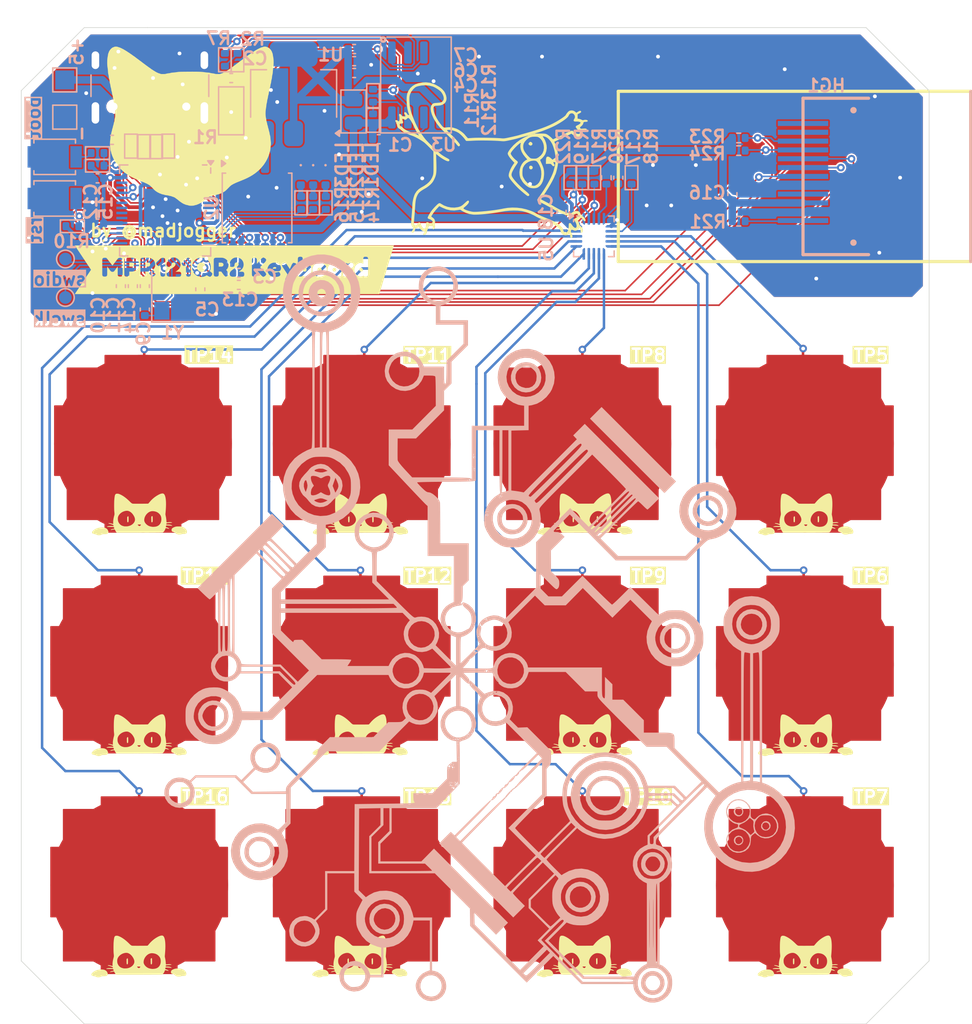
<source format=kicad_pcb>
(kicad_pcb (version 20241229) (generator "pcbnew") (generator_version "9.0")
  (layers (0 "F.Cu" signal) (2 "B.Cu" signal) (13 "F.Paste" user) (15 "B.Paste" user) (5 "F.SilkS" user "F.Silkscreen") (7 "B.SilkS" user "B.Silkscreen") (1 "F.Mask" user) (3 "B.Mask" user) (25 "Edge.Cuts" user))
  (net 0 "")
  (net 1 "+3.3V")
  (net 2 "Earth")
  (net 3 "+5V DOMAIN")
  (net 4 "+3.3V_LDO")
  (net 5 "Net-(U4-XIN)")
  (net 6 "+5V USB")
  (net 7 "Net-(U4-XOUT)")
  (net 8 "Net-(U4-VREG_VOUT)")
  (net 9 "Net-(U5-VREG)")
  (net 10 "RS")
  (net 12 "Net-(HG1-LEDA)")
  (net 15 "MOSI")
  (net 16 "RES")
  (net 17 "SCLK")
  (net 18 "!SS")
  (net 19 "USB-")
  (net 21 "Net-(J1-CC2)")
  (net 22 "Net-(J1-CC1)")
  (net 24 "USB+")
  (net 25 "Net-(LED1-A)")
  (net 26 "Net-(LED2-A)")
  (net 27 "Net-(LED3-A)")
  (net 28 "Net-(U3A--)")
  (net 29 "Net-(R5-Pad2)")
  (net 30 "Net-(U2-~{CS})")
  (net 31 "CURRENT_5V")
  (net 32 "Net-(U4-USB_DM)")
  (net 33 "Net-(U4-USB_DP)")
  (net 34 "Net-(U4-RUN)")
  (net 35 "Net-(U3B--)")
  (net 36 "CURRENT_3V3")
  (net 37 "Net-(U4-GPIO11)")
  (net 38 "Net-(U4-GPIO10)")
  (net 39 "Net-(U4-GPIO9)")
  (net 40 "SDA_I2C")
  (net 41 "Net-(U5-REXT)")
  (net 42 "SCL_I2C")
  (net 43 "Net-(U5-ADDR)")
  (net 44 "IRQ")
  (net 45 "Net-(U4-SWCLK)")
  (net 46 "Net-(U4-SWD)")
  (net 47 "Net-(U2-CLK)")
  (net 48 "Net-(U2-~{WP}{slash}IO_{2})")
  (net 49 "Net-(U2-~{HOLD}{slash}~{RESET}{slash}IO_{3})")
  (net 50 "Net-(U2-DO{slash}IO_{1})")
  (net 51 "Net-(U2-DI{slash}IO_{0})")
  (net 69 "Net-(U5-LED0{slash}ELE4)")
  (net 70 "Net-(U5-LED5{slash}ELE9)")
  (net 71 "Net-(U5-ELE2)")
  (net 72 "Net-(U5-LED2{slash}ELE6)")
  (net 73 "Net-(U5-LED4{slash}ELE8)")
  (net 74 "Net-(U5-LED7{slash}ELE11)")
  (net 75 "Net-(U5-ELE0)")
  (net 76 "Net-(U5-ELE1)")
  (net 77 "Net-(U5-LED6{slash}ELE10)")
  (net 78 "Net-(U5-LED3{slash}ELE7)")
  (net 79 "Net-(U5-LED1{slash}ELE5)")
  (net 80 "Net-(U5-ELE3)")
  (footprint "LOGO" (layer "F.Cu") (at 174.898844 92.382716)
    (property "Reference" "G***" (hide yes))
    (property "Value" "LOGO" (hide yes))
  )
  (footprint "LOGO" (layer "F.Cu") (at 175.1 80.75)
    (property "Reference" "G***" (hide yes))
    (property "Value" "LOGO" (hide yes))
  )
  (footprint "LOGO" (layer "F.Cu") (at 174.898844 109.932716)
    (property "Reference" "G***" (hide yes))
    (property "Value" "LOGO" (hide yes))
  )
  (footprint "LOGO" (layer "F.Cu") (at 157.55 92.3)
    (property "Reference" "G***" (hide yes))
    (property "Value" "LOGO" (hide yes))
  )
  (footprint "LOGO" (layer "F.Cu") (at 139.648844 109.682716)
    (property "Reference" "G***" (hide yes))
    (property "Value" "LOGO" (hide yes))
  )
  (footprint "LOGO" (layer "F.Cu") (at 150.3 52.5 -90)
    (property "Reference" "G***" (hide yes))
    (property "Value" "LOGO" (hide yes))
  )
  (footprint "LOGO" (layer "F.Cu") (at 175.05 115.8)
    (property "Reference" "G***" (hide yes))
    (property "Value" "LOGO" (hide yes))
  )
  (footprint "LOGO" (layer "F.Cu") (at 139.723589 115.804507)
    (property "Reference" "G***" (hide yes))
    (property "Value" "LOGO" (hide yes))
  )
  (footprint "LOGO" (layer "F.Cu") (at 157.55 98.25)
    (property "Reference" "G***" (hide yes))
    (property "Value" "LOGO" (hide yes))
  )
  (footprint "LOGO" (layer "F.Cu") (at 175.073589 98.254507)
    (property "Reference" "G***" (hide yes))
    (property "Value" "LOGO" (hide yes))
  )
  (footprint "LOGO" (layer "F.Cu") (at 122.75 74.65)
    (property "Reference" "G***" (hide yes))
    (property "Value" "LOGO" (hide yes))
  )
  (footprint "Touch-electrode:Touch-electrode" (layer "F.Cu") (at 157.5 110)
    (property "Reference" "TP10")
    (property "Value" "TestPoint")
  )
  (footprint "LOGO" (layer "F.Cu") (at 139.747178 98.259014)
    (property "Reference" "G***" (hide yes))
    (property "Value" "LOGO" (hide yes))
  )
  (footprint "LOGO" (layer "F.Cu") (at 139.773589 80.754507)
    (property "Reference" "G***" (hide yes))
    (property "Value" "LOGO" (hide yes))
  )
  (footprint "Touch-electrode:Touch-electrode" (layer "F.Cu") (at 175.15 110)
    (property "Reference" "TP7")
    (property "Value" "TestPoint")
  )
  (footprint "LOGO" (layer "F.Cu") (at 122.45 92.2)
    (property "Reference" "G***" (hide yes))
    (property "Value" "LOGO" (hide yes))
  )
  (footprint "Touch-electrode:Touch-electrode" (layer "F.Cu") (at 140 75)
    (property "Reference" "TP11")
    (property "Value" "TestPoint")
  )
  (footprint "kibuzzard-680FD2EB" (layer "F.Cu") (at 129.9 61.2)
    (property "Reference" "kibuzzard-680FD2EB" (hide yes))
    (property "Value" "G***" (hide yes))
  )
  (footprint "LOGO" (layer "F.Cu") (at 122.25 80.75)
    (property "Reference" "G***" (hide yes))
    (property "Value" "LOGO" (hide yes))
  )
  (footprint "LOGO" (layer "F.Cu") (at 157.7 74.9)
    (property "Reference" "G***" (hide yes))
    (property "Value" "LOGO" (hide yes))
  )
  (footprint "Touch-electrode:Touch-electrode" (layer "F.Cu") (at 140 110)
    (property "Reference" "TP13")
    (property "Value" "TestPoint")
  )
  (footprint "LOGO" (layer "F.Cu") (at 126.4 49.8)
    (property "Reference" "G***" (hide yes))
    (property "Value" "LOGO" (hide yes))
  )
  (footprint "LOGO" (layer "F.Cu") (at 122.3 109.6)
    (property "Reference" "G***" (hide yes))
    (property "Value" "LOGO" (hide yes))
  )
  (footprint "LOGO" (layer "F.Cu") (at 122.2 115.8)
    (property "Reference" "G***" (hide yes))
    (property "Value" "LOGO" (hide yes))
  )
  (footprint "Touch-electrode:Touch-electrode" (layer "F.Cu") (at 122.35 110)
    (property "Reference" "TP16")
    (property "Value" "TestPoint")
  )
  (footprint "LOGO" (layer "F.Cu") (at 157.55 109.85)
    (property "Reference" "G***" (hide yes))
    (property "Value" "LOGO" (hide yes))
  )
  (footprint "Touch-electrode:Touch-electrode" (layer "F.Cu") (at 122.65 75)
    (property "Reference" "TP14")
    (property "Value" "TestPoint")
  )
  (footprint "Touch-electrode:Touch-electrode" (layer "F.Cu") (at 157.5 92.5)
    (property "Reference" "TP9")
    (property "Value" "TestPoint")
  )
  (footprint "Touch-electrode:Touch-electrode" (layer "F.Cu") (at 157.5 75)
    (property "Reference" "TP8")
    (property "Value" "TestPoint")
  )
  (footprint "LOGO" (layer "F.Cu") (at 157.576411 80.745493)
    (property "Reference" "G***" (hide yes))
    (property "Value" "LOGO" (hide yes))
  )
  (footprint "LOGO" (layer "F.Cu") (at 139.798844 92.282716)
    (property "Reference" "G***" (hide yes))
    (property "Value" "LOGO" (hide yes))
  )
  (footprint "LOGO" (layer "F.Cu") (at 157.526411 115.795493)
    (property "Reference" "G***" (hide yes))
    (property "Value" "LOGO" (hide yes))
  )
  (footprint "Touch-electrode:Touch-electrode" (layer "F.Cu") (at 175.15 92.5)
    (property "Reference" "TP6")
    (property "Value" "TestPoint")
  )
  (footprint "Touch-electrode:Touch-electrode" (layer "F.Cu") (at 122.35 92.5)
    (property "Reference" "TP15")
    (property "Value" "TestPoint")
  )
  (footprint "LOGO" (layer "F.Cu") (at 140.098844 74.732716)
    (property "Reference" "G***" (hide yes))
    (property "Value" "LOGO" (hide yes))
  )
  (footprint "LOGO" (layer "F.Cu") (at 175.048844 74.982716)
    (property "Reference" "G***" (hide yes))
    (property "Value" "LOGO" (hide yes))
  )
  (footprint "Touch-electrode:Touch-electrode" (layer "F.Cu") (at 175.15 75)
    (property "Reference" "TP5")
    (property "Value" "TestPoint")
  )
  (footprint "Touch-electrode:Touch-electrode" (layer "F.Cu") (at 140 92.5)
    (property "Reference" "TP12")
    (property "Value" "TestPoint")
  )
  (footprint "LOGO" (layer "F.Cu") (at 122.223589 98.254507)
    (property "Reference" "G***" (hide yes))
    (property "Value" "LOGO" (hide yes))
  )
  (footprint "Capacitor_SMD:C_0402_1005Metric" (layer "B.Cu") (at 120.2 50.9 180)
    (property "Reference" "C8" (hide yes))
    (property "Value" "22uF")
  )
  (footprint "Capacitor_SMD:C_0402_1005Metric" (layer "B.Cu") (at 119.05 57.55 180)
    (property "Reference" "C15")
    (property "Value" "22uF")
  )
  (footprint "Crystal:Crystal_SMD_Abracon_ABM8G-4Pin_3.2x2.5mm" (layer "B.Cu") (at 125 63.35 90)
    (property "Reference" "Y1")
    (property "Value" "Crystal_GND24")
  )
  (footprint "Capacitor_SMD:C_0402_1005Metric" (layer "B.Cu") (at 130.25 62.4)
    (property "Reference" "C13")
    (property "Value" "22uF")
  )
  (footprint "Capacitor_SMD:C_0402_1005Metric" (layer "B.Cu") (at 139.4 44.66)
    (property "Reference" "C6")
    (property "Value" "10uF")
  )
  (footprint "Capacitor_SMD:C_0402_1005Metric" (layer "B.Cu") (at 169.4 55.2 90)
    (property "Reference" "C16")
    (property "Value" "22uF")
  )
  (footprint "PCM_Resistor_SMD_AKL:R_0402_1005Metric" (layer "B.Cu") (at 140.9 47.4 -90)
    (property "Reference" "R13")
    (property "Value" "100K" (hide yes))
  )
  (footprint "Capacitor_SMD:C_0402_1005Metric" (layer "B.Cu") (at 139.4 45.6)
    (property "Reference" "C4")
    (property "Value" "22uF")
  )
  (footprint "Resistor_SMD:R_0402_1005Metric" (layer "B.Cu") (at 169.9 57.35 180)
    (property "Reference" "R21")
    (property "Value" "100R")
  )
  (footprint "Connector_USB:USB_C_Receptacle_GCT_USB4105-xx-A_16P_TopMnt_Horizontal" (layer "B.Cu") (at 123.2 45.66)
    (property "Reference" "J1" (hide yes))
    (property "Value" "USB_C_Receptacle_USB2.0_16P")
  )
  (footprint "PCM_Resistor_SMD_AKL:R_0402_1005Metric" (layer "B.Cu") (at 129.15 44.55 -90)
    (property "Reference" "R7")
    (property "Value" "100K" (hide yes))
  )
  (footprint "LOGO" (layer "B.Cu") (at 149.35 89.65 90)
    (property "Reference" "G***" (hide yes))
    (property "Value" "LOGO" (hide yes))
  )
  (footprint "TestPoint:TestPoint_Pad_D1.0mm" (layer "B.Cu") (at 116.5 63.4)
    (property "Reference" "swclk")
    (property "Value" "SWCLK")
  )
  (footprint "PCM_Resistor_SMD_AKL:R_0402_1005Metric" (layer "B.Cu") (at 130.15 44.55 -90)
    (property "Reference" "R2")
    (property "Value" "1K" (hide yes))
  )
  (footprint "PCM_Resistor_SMD_AKL:R_0402_1005Metric" (layer "B.Cu") (at 121.7 51.4 -90)
    (property "Reference" "R3" (hide yes))
    (property "Value" "5.1K" (hide yes))
  )
  (footprint "PCM_Package_SO_AKL:SO-8_3.9x4.9mm_P1.27mm" (layer "B.Cu") (at 144.3 46.55 -90)
    (property "Reference" "U3")
    (property "Value" "LM358D" (hide yes))
  )
  (footprint "PCM_Resistor_SMD_AKL:R_0402_1005Metric" (layer "B.Cu") (at 135.2 55.9 90)
    (property "Reference" "R16")
    (property "Value" "200R" (hide yes))
  )
  (footprint "Resistor_SMD:R_0402_1005Metric" (layer "B.Cu") (at 169.9 51.75)
    (property "Reference" "R24")
    (property "Value" "10K")
  )
  (footprint "Capacitor_SMD:C_0402_1005Metric" (layer "B.Cu") (at 129.65 46 180)
    (property "Reference" "C2")
    (property "Value" "22uF")
  )
  (footprint "Capacitor_SMD:C_0402_1005Metric" (layer "B.Cu") (at 119.05 53.95 180)
    (property "Reference" "C12")
    (property "Value" "22uF")
  )
  (footprint "PCM_Resistor_SMD_AKL:R_0402_1005Metric" (layer "B.Cu") (at 140.9 49.35 -90)
    (property "Reference" "R12")
    (property "Value" "1K" (hide yes))
  )
  (footprint "TestPoint:TestPoint_Pad_D1.0mm" (layer "B.Cu") (at 116.5 60.35)
    (property "Reference" "swdio")
    (property "Value" "SWD")
  )
  (footprint "LED_SMD:LED_0402_1005Metric" (layer "B.Cu") (at 135.17 54 -90)
    (property "Reference" "LED3")
    (property "Value" "LED_0402")
  )
  (footprint "Package_DFN_QFN:UQFN-20_3x3mm_P0.4mm" (layer "B.Cu") (at 158.4125 58.55 -90)
    (property "Reference" "U5")
    (property "Value" "MPR121QR2")
  )
  (footprint "Capacitor_SMD:C_0402_1005Metric" (layer "B.Cu") (at 122.8 64.35 -90)
    (property "Reference" "C9")
    (property "Value" "15pF")
  )
  (footprint "Package_SO:SOIC-8_5.3x5.3mm_P1.27mm" (layer "B.Cu") (at 131.7 56.3 -90)
    (property "Reference" "U2")
    (property "Value" "W25Q128JVS")
  )
  (footprint "PCM_Resistor_SMD_AKL:R_0805_2012Metric_Pad1.15x1.40mm" (layer "B.Cu") (at 129.65 48.6 90)
    (property "Reference" "R1")
    (property "Value" "CRF0805-FZ-R010ELF" (hide yes))
  )
  (footprint "PCM_Resistor_SMD_AKL:R_0402_1005Metric" (layer "B.Cu") (at 137.15 55.9 90)
    (property "Reference" "R14")
    (property "Value" "200R" (hide yes))
  )
  (footprint "Capacitor_SMD:C_0402_1005Metric" (layer "B.Cu") (at 120.9 62.5 90)
    (property "Reference" "C10")
    (property "Value" "22uF")
  )
  (footprint "PCM_Resistor_SMD_AKL:R_0402_1005Metric" (layer "B.Cu") (at 122.75 51.44 90)
    (property "Reference" "R8" (hide yes))
    (property "Value" "27R" (hide yes))
  )
  (footprint "PCM_Resistor_SMD_AKL:R_0402_1005Metric" (layer "B.Cu") (at 157.49 53.9 90)
    (property "Reference" "R19")
    (property "Value" "10K" (hide yes))
  )
  (footprint "Button_Switch_SMD:SW_SPST_B3U-1000P" (layer "B.Cu") (at 115.65 52.25)
    (property "Reference" "boot")
    (property "Value" "SW_Push")
  )
  (footprint "Capacitor_SMD:C_0402_1005Metric" (layer "B.Cu") (at 130.25 61.45)
    (property "Reference" "C3")
    (property "Value" "100nF")
  )
  (footprint "PCM_Resistor_SMD_AKL:R_0402_1005Metric" (layer "B.Cu") (at 158.45 53.9 90)
    (property "Reference" "R17")
    (property "Value" "10K" (hide yes))
  )
  (footprint "Package_DFN_QFN:QFN-56-1EP_7x7mm_P0.4mm_EP3.2x3.2mm" (layer "B.Cu") (at 124.4125 56.5 180)
    (property "Reference" "U4" (hide yes))
    (property "Value" "RP2040")
  )
  (footprint "Button_Switch_SMD:SW_SPST_B3U-1000P" (layer "B.Cu") (at 115.65 55.55)
    (property "Reference" "rst")
    (property "Value" "SW_Push")
  )
  (footprint "Capacitor_SMD:C_0402_1005Metric" (layer "B.Cu") (at 139.4 43.7)
    (property "Reference" "C7")
    (property "Value" "100nF")
  )
  (footprint "PCM_Resistor_SMD_AKL:R_0402_1005Metric" (layer "B.Cu") (at 156.55 53.9 90)
    (property "Reference" "R22")
    (property "Value" "10K" (hide yes))
  )
  (footprint "PCM_Resistor_SMD_AKL:R_0805_2012Metric" (layer "B.Cu") (at 139.35 48.65 -90)
    (property "Reference" "R11")
    (property "Value" "CRF0805-FZ-R010ELF" (hide yes))
  )
  (footprint "Capacitor_SMD:C_0402_1005Metric" (layer "B.Cu") (at 155.85 56.6 90)
    (property "Reference" "C18")
    (property "Value" "22uF")
  )
  (footprint "LED_SMD:LED_0402_1005Metric" (layer "B.Cu") (at 136.15 54 -90)
    (property "Reference" "LED2")
    (property "Value" "LED_0402")
  )
  (footprint "Capacitor_SMD:C_0402_1005Metric" (layer "B.Cu") (at 121.85 62.5 90)
    (property "Reference" "C11")
    (property "Value" "22uF")
  )
  (footprint "PCM_Resistor_SMD_AKL:R_0402_1005Metric" (layer "B.Cu") (at 119.05 52.95 180)
    (property "Reference" "R6" (hide yes))
    (property "Value" "10K" (hide yes))
  )
  (footprint "Capacitor_SMD:C_0402_1005Metric" (layer "B.Cu") (at 141.35 50.85)
    (property "Reference" "C1")
    (property "Value" "100nF")
  )
  (footprint "Resistor_SMD:R_0402_1005Metric" (layer "B.Cu") (at 159.4 53.9 90)
    (property "Reference" "R20")
    (property "Value" "0R")
  )
  (footprint "TestPoint:TestPoint_Pad_1.5x1.5mm" (layer "B.Cu") (at 116.45 46.15 180)
    (property "Reference" "+5")
    (property "Value" "~")
  )
  (footprint "IPS_ST7735_0_96:ST7735 0.96" (layer "B.Cu") (at 160.5 47.2003 -90)
    (property "Reference" "HG1")
    (property "Value" "~")
  )
  (footprint "Capacitor_SMD:C_0402_1005Metric" (layer "B.Cu") (at 127.2 62.75 -90)
    (property "Reference" "C5")
    (property "Value" "15pF")
  )
  (footprint "TestPoint:TestPoint_Pad_1.5x1.5mm" (layer "B.Cu") (at 116.45 49.1 180)
    (property "Reference" "-")
    (property "Value" "~")
  )
  (footprint "LED_SMD:LED_0402_1005Metric" (layer "B.Cu") (at 137.13 54 -90)
    (property "Reference" "LED1")
    (property "Value" "LED_0402")
  )
  (footprint "Capacitor_SMD:C_0402_1005Metric" (layer "B.Cu") (at 122.8 62.5 -90)
    (property "Reference" "C14")
    (property "Value" "22uF")
  )
  (footprint "PCM_Resistor_SMD_AKL:R_0402_1005Metric" (layer "B.Cu") (at 119.05 51.95 180)
    (property "Reference" "R5" (hide yes))
    (property "Value" "1K" (hide yes))
  )
  (footprint "PCM_Resistor_SMD_AKL:R_0402_1005Metric" (layer "B.Cu") (at 117.05 57.75 180)
    (property "Reference" "R10")
    (property "Value" "10K" (hide yes))
  )
  (footprint "PCM_Resistor_SMD_AKL:R_0402_1005Metric" (layer "B.Cu") (at 161.4 53.9 -90)
    (property "Reference" "R18")
    (property "Value" "75K" (hide yes))
  )
  (footprint "PCM_Resistor_SMD_AKL:R_0402_1005Metric" (layer "B.Cu") (at 136.15 55.9 90)
    (property "Reference" "R15")
    (property "Value" "200R" (hide yes))
  )
  (footprint "Resistor_SMD:R_0402_1005Metric" (layer "B.Cu") (at 169.9 50.75)
    (property "Reference" "R23")
    (property "Value" "10K")
  )
  (footprint "Capacitor_SMD:C_0402_1005Metric" (layer "B.Cu") (at 160.35 53.9 90)
    (property "Reference" "C17")
    (property "Value" "100nF")
  )
  (footprint "Package_TO_SOT_SMD:SOT-223-3_TabPin2" (layer "B.Cu") (at 134.6 47.25 90)
    (property "Reference" "U1")
    (property "Value" "AP1117-33")
  )
  (footprint "PCM_Resistor_SMD_AKL:R_0402_1005Metric" (layer "B.Cu") (at 123.7 51.44 90)
    (property "Reference" "R9" (hide yes))
    (property "Value" "27R" (hide yes))
  )
  (footprint "PCM_Resistor_SMD_AKL:R_0402_1005Metric" (layer "B.Cu") (at 124.65 51.4 -90)
    (property "Reference" "R4" (hide yes))
    (property "Value" "5.1K" (hide yes))
  )
  (gr_line (start 180 42) (end 123 42) (stroke (width 0.05)) (layer "Edge.Cuts"))
  (gr_line (start 180 121) (end 185 116) (stroke (width 0.05)) (layer "Edge.Cuts"))
  (gr_line (start 185 61) (end 185 47) (stroke (width 0.05)) (layer "Edge.Cuts"))
  (gr_line (start 113 62) (end 113 116) (stroke (width 0.05)) (layer "Edge.Cuts"))
  (gr_line (start 113 62) (end 113 47) (stroke (width 0.05)) (layer "Edge.Cuts"))
  (gr_line (start 185 116) (end 185 61) (stroke (width 0.05)) (layer "Edge.Cuts"))
  (gr_line (start 123 42) (end 118 42) (stroke (width 0.05)) (layer "Edge.Cuts"))
  (gr_line (start 113 47) (end 118 42) (stroke (width 0.05)) (layer "Edge.Cuts"))
  (gr_line (start 113 116) (end 118 121) (stroke (width 0.05)) (layer "Edge.Cuts"))
  (gr_line (start 185 47) (end 180 42) (stroke (width 0.05)) (layer "Edge.Cuts"))
  (gr_line (start 118 121) (end 180 121) (stroke (width 0.05)) (layer "Edge.Cuts"))
  (gr_text "by @madjogger" (at 124.25 58.1 0) (layer "F.SilkS") (effects (font (size 1 1) (thickness 0.2) (bold yes))))
  (segment (start 122.48654 56.2415) (end 124 54.72804) (width 0.3) (layer "F.Cu") (net 1))
  (segment (start 126.9 58.55) (end 129.85 58.55) (width 0.4) (layer "F.Cu") (net 1))
  (segment (start 124 54.72804) (end 124 53.65) (width 0.3) (layer "F.Cu") (net 1))
  (segment (start 120.05 53.9) (end 120.05 54.754065) (width 0.3) (layer "F.Cu") (net 1))
  (segment (start 127.137033 56.787033) (end 124 53.65) (width 0.6) (layer "F.Cu") (net 1))
  (segment (start 127.137033 57.499999) (end 127.137033 56.787033) (width 0.6) (layer "F.Cu") (net 1))
  (segment (start 128.187034 58.55) (end 127.137033 57.499999) (width 0.4) (layer "F.Cu") (net 1))
  (segment (start 121.537435 56.2415) (end 122.48654 56.2415) (width 0.3) (layer "F.Cu") (net 1))
  (segment (start 120.05 54.754065) (end 121.537435 56.2415) (width 0.3) (layer "F.Cu") (net 1))
  (segment (start 129.85 58.55) (end 128.187034 58.55) (width 0.4) (layer "F.Cu") (net 1))
  (segment (start 124.371836 61.078164) (end 126.9 58.55) (width 0.4) (layer "F.Cu") (net 1))
  (via (at 124.371836 61.078164) (size 0.6) (drill 0.3) (layers "F.Cu" "B.Cu") (net 1))
  (via (at 129.85 58.55) (size 0.6) (drill 0.3) (layers "F.Cu" "B.Cu") (net 1))
  (via (at 124 53.65) (size 0.6) (drill 0.3) (layers "F.Cu" "B.Cu") (net 1))
  (via (at 120.05 53.9) (size 0.6) (drill 0.3) (layers "F.Cu" "B.Cu") (net 1))
  (via (at 127.137033 57.499999) (size 0.6) (drill 0.3) (layers "F.Cu" "B.Cu") (net 1))
  (segment (start 122.2125 53.0625) (end 121.8125 53.0625) (width 0.3) (layer "B.Cu") (net 1))
  (segment (start 129.85 58.55) (end 130.478 57.922) (width 0.6) (layer "B.Cu") (net 1))
  (segment (start 158.45 53.39) (end 156.55 53.39) (width 0.6) (layer "B.Cu") (net 1))
  (segment (start 142.395 49.125) (end 141.9575 49.5625) (width 0.6) (layer "B.Cu") (net 1))
  (segment (start 119.58 53.9) (end 119.53 53.95) (width 0.3) (layer "B.Cu") (net 1))
  (segment (start 175 55.9002) (end 169.6202 55.9002) (width 0.6) (layer "B.Cu") (net 1))
  (segment (start 168.662 55.099154) (end 168.662 51.478) (width 0.6) (layer "B.Cu") (net 1))
  (segment (start 169.39 55.69) (end 169.4 55.68) (width 0.6) (layer "B.Cu") (net 1))
  (segment (start 169.6202 55.9002) (end 169.4 55.68) (width 0.6) (layer "B.Cu") (net 1))
  (segment (start 122.8 62.02) (end 122.8 61.947945) (width 0.2) (layer "B.Cu") (net 1))
  (segment (start 120.05 53.9) (end 119.58 53.9) (width 0.3) (layer "B.Cu") (net 1))
  (segment (start 123.8125 53.0625) (end 124 53.0625) (width 0.3) (layer "B.Cu") (net 1))
  (segment (start 169.39 51.75) (end 159.820001 51.75) (width 0.6) (layer "B.Cu") (net 1))
  (segment (start 120.05 53.9) (end 120.196658 53.9) (width 0.3) (layer "B.Cu") (net 1))
  (segment (start 140.9 50.82) (end 140.87 50.85) (width 0.4) (layer "B.Cu") (net 1))
  (segment (start 128.352748 53.9) (end 127.85 53.9) (width 0.3) (layer "B.Cu") (net 1))
  (segment (start 155.952 53.988) (end 155.952 55.285) (width 0.3) (layer "B.Cu") (net 1))
  (segment (start 139.35 55.329944) (end 139.35 50.45) (width 0.6) (layer "B.Cu") (net 1))
  (segment (start 156.55 53.39) (end 155.952 53.988) (width 0.3) (layer "B.Cu") (net 1))
  (segment (start 169.6202 55.9002) (end 169.463046 55.9002) (width 0.6) (layer "B.Cu") (net 1))
  (segment (start 159.820001 51.75) (end 158.45 53.120001) (width 0.6) (layer "B.Cu") (net 1))
  (segment (start 118.921454 58.158546) (end 119.53 57.55) (width 0.3) (layer "B.Cu") (net 1))
  (segment (start 127.85 57.5) (end 128.352748 57.5) (width 0.3) (layer "B.Cu") (net 1))
  (segment (start 139.35 50.45) (end 139.35 49.5625) (width 0.6) (layer "B.Cu") (net 1))
  (segment (start 168.662 51.478) (end 169.39 50.75) (width 0.6) (layer "B.Cu") (net 1))
  (segment (start 120.975 53.9) (end 120.05 53.9) (width 0.3) (layer "B.Cu") (net 1))
  (segment (start 124 53.0625) (end 124.1845 53.0625) (width 0.3) (layer "B.Cu") (net 1))
  (segment (start 169.39 57.35) (end 169.39 55.69) (width 0.6) (layer "B.Cu") (net 1))
  (segment (start 155.85 57.08) (end 144.28 57.08) (width 0.6) (layer "B.Cu") (net 1))
  (segment (start 156.667 57.392) (end 157.025 57.75) (width 0.3) (layer "B.Cu") (net 1))
  (segment (start 119.58 57.5) (end 120.975 57.5) (width 0.3) (layer "B.Cu") (net 1))
  (segment (start 120.975 53.9) (end 121.8125 53.0625) (width 0.3) (layer "B.Cu") (net 1))
  (segment (start 140.9 49.86) (end 140.9 50.82) (width 0.4) (layer "B.Cu") (net 1))
  (segment (start 158.45 53.120001) (end 158.45 53.39) (width 0.6) (layer "B.Cu") (net 1))
  (segment (start 118.432584 58.55) (end 118.824038 58.158546) (width 0.3) (layer "B.Cu") (net 1))
  (segment (start 127.85 57.5) (end 127.137033 57.499999) (width 0.3) (layer "B.Cu") (net 1))
  (segment (start 123.99366 60.79366) (end 124.2125 60.574821) (width 0.2) (layer "B.Cu") (net 1))
  (segment (start 123.394873 61.353072) (end 123.434249 61.353072) (width 0.2) (layer "B.Cu") (net 1))
  (segment (start 140.87 49.9925) (end 140.87 50.85) (width 0.6) (layer "B.Cu") (net 1))
  (segment (start 117.34 58.55) (end 118.432584 58.55) (width 0.3) (layer "B.Cu") (net 1))
  (segment (start 156.667 56) (end 156.667 57.392) (width 0.3) (layer "B.Cu") (net 1))
  (segment (start 141.3 49.5625) (end 139.35 49.5625) (width 0.6) (layer "B.Cu") (net 1))
  (segment (start 169.39 50.75) (end 169.39 51.75) (width 0.6) (layer "B.Cu") (net 1))
  (segment (start 136.757944 57.922) (end 139.35 55.329944) (width 0.6) (layer "B.Cu") (net 1))
  (segment (start 169.463046 55.9002) (end 168.662 55.099154) (width 0.6) (layer "B.Cu") (net 1))
  (segment (start 141.3 49.5625) (end 140.87 49.9925) (width 0.6) (layer "B.Cu") (net 1))
  (segment (start 128.5655 57.287248) (end 128.5655 54.112752) (width 0.3) (layer "B.Cu") (net 1))
  (segment (start 118.824038 58.158546) (end 118.921454 58.158546) (width 0.3) (layer "B.Cu") (net 1))
  (segment (start 118.54 52.96) (end 119.53 53.95) (width 0.3) (layer "B.Cu") (net 1))
  (segment (start 141.9575 49.5625) (end 141.3 49.5625) (width 0.6) (layer "B.Cu") (net 1))
  (segment (start 129.795 58.605) (end 129.85 58.55) (width 0.4) (layer "B.Cu") (net 1))
  (segment (start 156.472 57.622) (end 157.025 57.622) (width 0.6) (layer "B.Cu") (net 1))
  (segment (start 124 53.0625) (end 124 53.65) (width 0.3) (layer "B.Cu") (net 1))
  (segment (start 129.77 59.9125) (end 129.795 59.8875) (width 0.4) (layer "B.Cu") (net 1))
  (segment (start 122.8 61.947945) (end 123.394873 61.353072) (width 0.2) (layer "B.Cu") (net 1))
  (segment (start 128.5655 54.112752) (end 128.352748 53.9) (width 0.3) (layer "B.Cu") (net 1))
  (segment (start 130.478 57.922) (end 136.757944 57.922) (width 0.6) (layer "B.Cu") (net 1))
  (segment (start 155.93 57.08) (end 156.472 57.622) (width 0.6) (layer "B.Cu") (net 1))
  (segment (start 116.54 57.75) (end 117.34 58.55) (width 0.3) (layer "B.Cu") (net 1))
  (segment (start 139.35 52.15) (end 139.35 50.45) (width 0.6) (layer "B.Cu") (net 1))
  (segment (start 155.85 57.08) (end 155.93 57.08) (width 0.6) (layer "B.Cu") (net 1))
  (segment (start 123.99366 60.79366) (end 124.278164 61.078164) (width 0.2) (layer "B.Cu") (net 1))
  (segment (start 128.352748 57.5) (end 128.5655 57.287248) (width 0.3) (layer "B.Cu") (net 1))
  (segment (start 144.28 57.08) (end 139.35 52.15) (width 0.6) (layer "B.Cu") (net 1))
  (segment (start 119.53 57.55) (end 119.53 53.95) (width 0.3) (layer "B.Cu") (net 1))
  (segment (start 119.53 57.55) (end 119.58 57.5) (width 0.3) (layer "B.Cu") (net 1))
  (segment (start 124.2125 60.574821) (end 124.2125 59.9375) (width 0.2) (layer "B.Cu") (net 1))
  (segment (start 129.795 59.8875) (end 129.795 58.605) (width 0.4) (layer "B.Cu") (net 1))
  (segment (start 118.54 52.95) (end 118.54 52.96) (width 0.3) (layer "B.Cu") (net 1))
  (segment (start 129.77 62.4) (end 129.77 59.9125) (width 0.4) (layer "B.Cu") (net 1))
  (segment (start 124.278164 61.078164) (end 124.371836 61.078164) (width 0.2) (layer "B.Cu") (net 1))
  (segment (start 155.952 55.285) (end 156.667 56) (width 0.3) (layer "B.Cu") (net 1))
  (segment (start 123.434249 61.353072) (end 123.99366 60.79366) (width 0.2) (layer "B.Cu") (net 1))
  (via (at 123.45 56.25) (size 0.6) (drill 0.3) (layers "F.Cu" "B.Cu") (net 2))
  (via (at 140.75 44.95) (size 0.6) (drill 0.3) (layers "F.Cu" "B.Cu") (net 2))
  (via (at 124.6 57.5) (size 0.6) (drill 0.3) (layers "F.Cu" "B.Cu") (net 2))
  (via (at 137.05 48.6) (size 0.6) (drill 0.3) (layers "F.Cu" "B.Cu") (net 2))
  (via (at 124.2 56.95) (size 0.6) (drill 0.3) (layers "F.Cu" "B.Cu") (net 2))
  (via (at 126.3 51.05) (size 0.6) (drill 0.3) (layers "F.Cu" "B.Cu") (net 2))
  (via (at 120.7 43.9) (size 0.6) (drill 0.3) (layers "F.Cu" "B.Cu") (net 2))
  (via (at 125.4 56.5) (size 0.6) (drill 0.3) (layers "F.Cu" "B.Cu") (net 2))
  (via (at 118.65 59.75) (size 0.6) (drill 0.3) (layers "F.Cu" "B.Cu") (net 2))
  (via (at 151.1 54.6) (size 0.6) (drill 0.3) (layers "F.Cu" "B.Cu") (net 2))
  (via (at 118.15 47.2) (size 0.6) (drill 0.3) (layers "F.Cu" "B.Cu") (net 2))
  (via (at 163.1 52.9) (size 0.6) (drill 0.3) (layers "F.Cu" "B.Cu") (net 2))
  (via (at 124.45 55.6) (size 0.6) (drill 0.3) (layers "F.Cu" "B.Cu") (net 2))
  (via (at 145.7 46.25) (size 0.6) (drill 0.3) (layers "F.Cu" "B.Cu") (net 2))
  (via (at 123.45 46) (size 0.6) (drill 0.3) (layers "F.Cu" "B.Cu") (net 2))
  (via (at 133.25 54.7) (size 0.6) (drill 0.3) (layers "F.Cu" "B.Cu") (net 2))
  (via (at 144.8 53.95) (size 0.6) (drill 0.3) (layers "F.Cu" "B.Cu") (net 2))
  (via (at 180.7 47.45) (size 0.6) (drill 0.3) (layers "F.Cu" "B.Cu") (net 2))
  (via (at 125.6 57.6) (size 0.6) (drill 0.3) (layers "F.Cu" "B.Cu") (net 2))
  (via (at 173.55 45.3) (size 0.6) (drill 0.3) (layers "F.Cu" "B.Cu") (net 2))
  (via (at 132.8 46.95) (size 0.6) (drill 0.3) (layers "F.Cu" "B.Cu") (net 2))
  (via (at 132.85 61.9) (size 0.6) (drill 0.3) (layers "F.Cu" "B.Cu") (net 2))
  (via (at 118.65 63.05) (size 0.6) (drill 0.3) (layers "F.Cu" "B.Cu") (net 2))
  (via (at 149.3 44.3) (size 0.6) (drill 0.3) (layers "F.Cu" "B.Cu") (net 2))
  (via (at 133.3 47.9) (size 0.6) (drill 0.3) (layers "F.Cu" "B.Cu") (net 2))
  (via (at 164.55 56.1) (size 0.6) (drill 0.3) (layers "F.Cu" "B.Cu") (net 2))
  (via (at 131 55.4) (size 0.6) (drill 0.3) (layers "F.Cu" "B.Cu") (net 2))
  (via (at 125.55 44.05) (size 0.6) (drill 0.3) (layers "F.Cu" "B.Cu") (net 2))
  (via (at 140.55 55.2) (size 0.6) (drill 0.3) (layers "F.Cu" "B.Cu") (net 2))
  (via (at 176.05 61.9) (size 0.6) (drill 0.3) (layers "F.Cu" "B.Cu") (net 2))
  (via (at 140 56.6) (size 0.6) (drill 0.3) (layers "F.Cu" "B.Cu") (net 2))
  (via (at 120.4 45.2) (size 0.6) (drill 0.3) (layers "F.Cu" "B.Cu") (net 2))
  (via (at 153.35 54.4) (size 0.6) (drill 0.3) (layers "F.Cu" "B.Cu") (net 2))
  (via (at 130.8 50.75) (size 0.6) (drill 0.3) (layers "F.Cu" "B.Cu") (net 2))
  (via (at 163.5 44.3) (size 0.6) (drill 0.3) (layers "F.Cu" "B.Cu") (net 2))
  (via (at 125.8 46.5) (size 0.6) (drill 0.3) (layers "F.Cu" "B.Cu") (net 2))
  (via (at 160.25 57.25) (size 0.6) (drill 0.3) (layers "F.Cu" "B.Cu") (net 2))
  (via (at 162.6 56.1) (size 0.6) (drill 0.3) (layers "F.Cu" "B.Cu") (net 2))
  (via (at 182.7 53.9) (size 0.6) (drill 0.3) (layers "F.Cu" "B.Cu") (net 2))
  (via (at 166.5 52.9) (size 0.6) (drill 0.3) (layers "F.Cu" "B.Cu") (net 2))
  (via (at 138.2 52.05) (size 0.6) (drill 0.3) (layers "F.Cu" "B.Cu") (net 2))
  (via (at 154.3 44.3) (size 0.6) (drill 0.3) (layers "F.Cu" "B.Cu") (net 2))
  (via (at 144.45 45.65) (size 0.6) (drill 0.3) (layers "F.Cu" "B.Cu") (net 2))
  (via (at 118.65 55.85) (size 0.6) (drill 0.3) (layers "F.Cu" "B.Cu") (net 2))
  (via (at 181.05 59.85) (size 0.6) (drill 0.3) (layers "F.Cu" "B.Cu") (net 2))
  (via (at 128.45 64.7) (size 0.6) (drill 0.3) (layers "F.Cu" "B.Cu") (net 2))
  (segment (start 120.9 62.98) (end 122.8 62.98) (width 0.3) (layer "B.Cu") (net 2))
  (segment (start 122.8 62.98) (end 122.8 63.87) (width 0.3) (layer "B.Cu") (net 2))
  (segment (start 124.15 62.25) (end 123.53 62.25) (width 0.3) (layer "B.Cu") (net 2))
  (segment (start 125.4125 59.9375) (end 125.4125 57.8875) (width 0.3) (layer "B.Cu") (net 2))
  (segment (start 120 50.62) (end 119.72 50.9) (width 0.3) (layer "B.Cu") (net 2))
  (segment (start 169.4 54.72) (end 172.572 54.72) (width 0.6) (layer "B.Cu") (net 2))
  (segment (start 124.4125 56.8125) (end 124.4125 56.5) (width 0.3) (layer "B.Cu") (net 2))
  (segment (start 123.53 62.25) (end 122.8 62.98) (width 0.3) (layer "B.Cu") (net 2))
  (segment (start 127.07 63.23) (end 125.85 64.45) (width 0.3) (layer "B.Cu") (net 2))
  (segment (start 127.2 63.23) (end 127.07 63.23) (width 0.3) (layer "B.Cu") (net 2))
  (segment (start 139.88 43.7) (end 139.88 45.6) (width 0.6) (layer "B.Cu") (net 2))
  (segment (start 159.8 57.7) (end 160.25 57.25) (width 0.3) (layer "B.Cu") (net 2))
  (segment (start 140.46 44.66) (end 140.75 44.95) (width 0.6) (layer "B.Cu") (net 2))
  (segment (start 172.7918 54.5002) (end 175 54.5002) (width 0.6) (layer "B.Cu") (net 2))
  (segment (start 130.73 61.45) (end 130.73 62.4) (width 0.3) (layer "B.Cu") (net 2))
  (segment (start 120 49.34) (end 120 50.62) (width 0.3) (layer "B.Cu") (net 2))
  (segment (start 139.88 44.66) (end 140.46 44.66) (width 0.6) (layer "B.Cu") (net 2))
  (segment (start 135.17 53.515) (end 137.13 53.515) (width 0.4) (layer "B.Cu") (net 2))
  (segment (start 159.4 53.39) (end 161.4 53.39) (width 0.6) (layer "B.Cu") (net 2))
  (segment (start 125.4125 57.8875) (end 125.45 57.85) (width 0.3) (layer "B.Cu") (net 2))
  (segment (start 125.45 57.85) (end 124.4125 56.8125) (width 0.3) (layer "B.Cu") (net 2))
  (segment (start 159.8 57.75) (end 159.8 57.7) (width 0.3) (layer "B.Cu") (net 2))
  (segment (start 172.572 54.72) (end 172.7918 54.5002) (width 0.6) (layer "B.Cu") (net 2))
  (segment (start 130.13 47.095) (end 129.65 47.575) (width 0.127) (layer "B.Cu") (net 3))
  (segment (start 130.13 46) (end 130.13 47.095) (width 0.127) (layer "B.Cu") (net 3))
  (segment (start 130.15 45.06) (end 130.15 47.075) (width 0.6) (layer "B.Cu") (net 3))
  (segment (start 130.15 45.06) (end 130.15 45.98) (width 0.127) (layer "B.Cu") (net 3))
  (segment (start 132.3 50.225) (end 132.3 50.4) (width 0.6) (layer "B.Cu") (net 3))
  (segment (start 130.15 47.075) (end 129.65 47.575) (width 0.6) (layer "B.Cu") (net 3))
  (segment (start 129.65 47.575) (end 132.3 50.225) (width 0.6) (layer "B.Cu") (net 3))
  (segment (start 130.15 45.98) (end 130.13 46) (width 0.127) (layer "B.Cu") (net 3))
  (segment (start 140.405154 46.192) (end 139.35 47.247154) (width 0.6) (layer "B.Cu") (net 4))
  (segment (start 146.205 48.250001) (end 144.704999 46.75) (width 0.6) (layer "B.Cu") (net 4))
  (segment (start 138.2375 47.7375) (end 139.35 47.7375) (width 0.6) (layer "B.Cu") (net 4))
  (segment (start 134.6 50.4) (end 134.6 47.95) (width 0.6) (layer "B.Cu") (net 4))
  (segment (start 144.704999 46.75) (end 143.329548 46.75) (width 0.6) (layer "B.Cu") (net 4))
  (segment (start 139.35 47.247154) (end 139.35 47.7375) (width 0.6) (layer "B.Cu") (net 4))
  (segment (start 134.6 44.1) (end 138.2375 47.7375) (width 0.6) (layer "B.Cu") (net 4))
  (segment (start 134.6 44.1) (end 138.52 44.1) (width 0.6) (layer "B.Cu") (net 4))
  (segment (start 146.205 49.125) (end 146.205 48.250001) (width 0.6) (layer "B.Cu") (net 4))
  (segment (start 138.52 44.1) (end 138.71 43.91) (width 0.6) (layer "B.Cu") (net 4))
  (segment (start 134.8125 47.7375) (end 134.6 47.95) (width 0.6) (layer "B.Cu") (net 4))
  (segment (start 138.64 43.91) (end 134.8125 47.7375) (width 0.6) (layer "B.Cu") (net 4))
  (segment (start 138.92 47.3075) (end 138.92 43.7) (width 0.6) (layer "B.Cu") (net 4))
  (segment (start 143.329548 46.75) (end 142.771548 46.192) (width 0.6) (layer "B.Cu") (net 4))
  (segment (start 139.35 47.7375) (end 138.92 47.3075) (width 0.6) (layer "B.Cu") (net 4))
  (segment (start 139.35 47.7375) (end 134.8125 47.7375) (width 0.6) (layer "B.Cu") (net 4))
  (segment (start 134.6 47.95) (end 134.6 44.1) (width 0.6) (layer "B.Cu") (net 4))
  (segment (start 142.771548 46.192) (end 140.405154 46.192) (width 0.6) (layer "B.Cu") (net 4))
  (segment (start 138.71 43.91) (end 138.64 43.91) (width 0.6) (layer "B.Cu") (net 4))
  (segment (start 138.71 43.91) (end 138.92 43.7) (width 0.6) (layer "B.Cu") (net 4))
  (segment (start 125.0125 60.414376) (end 125.0125 59.9375) (width 0.127) (layer "B.Cu") (net 5))
  (segment (start 125.87 62.27) (end 125.85 62.25) (width 0.127) (layer "B.Cu") (net 5))
  (segment (start 125.85 61.251876) (end 125.0125 60.414376) (width 0.127) (layer "B.Cu") (net 5))
  (segment (start 125.85 62.25) (end 125.85 61.251876) (width 0.127) (layer "B.Cu") (net 5))
  (segment (start 127.2 62.27) (end 125.87 62.27) (width 0.127) (layer "B.Cu") (net 5))
  (segment (start 134.65 43.7) (end 129.65 48.7) (width 0.127) (layer "F.Cu") (net 6))
  (segment (start 141.25 43.7) (end 134.65 43.7) (width 0.127) (layer "F.Cu") (net 6))
  (via (at 129.65 48.7) (size 0.6) (drill 0.3) (layers "F.Cu" "B.Cu") (net 6))
  (via (at 141.25 43.7) (size 0.6) (drill 0.3) (layers "F.Cu" "B.Cu") (net 6))
  (segment (start 121.205992 48.437) (end 120.972 48.670992) (width 0.4) (layer "B.Cu") (net 6))
  (segment (start 120.972 48.670992) (end 120.972 49.168) (width 0.4) (layer "B.Cu") (net 6))
  (segment (start 125.6 49.34) (end 125.6 49.79515) (width 0.4) (layer "B.Cu") (net 6))
  (segment (start 143.263765 45.296499) (end 143.172266 45.205) (width 0.127) (layer "B.Cu") (net 6))
  (segment (start 125.428 48.670992) (end 124.700578 47.94357) (width 0.4) (layer "B.Cu") (net 6))
  (segment (start 125.428 49.168) (end 125.428 48.670992) (width 0.4) (layer "B.Cu") (net 6))
  (segment (start 120.972 49.168) (end 120.8 49.34) (width 0.4) (layer "B.Cu") (net 6))
  (segment (start 121.205992 47.922141) (end 121.205992 48.337) (width 0.6) (layer "B.Cu") (net 6))
  (segment (start 126.04785 50.243) (end 129.032 50.243) (width 0.4) (layer "B.Cu") (net 6))
  (segment (start 143.172266 45.205) (end 142.26289 45.205) (width 0.127) (layer "B.Cu") (net 6))
  (segment (start 120.68 49.46) (end 120.8 49.34) (width 0.4) (layer "B.Cu") (net 6))
  (segment (start 142.26289 45.205) (end 141.25 44.19211) (width 0.127) (layer "B.Cu") (net 6))
  (segment (start 124.700578 47.94357) (end 122.6 47.94357) (width 0.4) (layer "B.Cu") (net 6))
  (segment (start 116.45 46.15) (end 119.433851 46.15) (width 0.6) (layer "B.Cu") (net 6))
  (segment (start 141.25 44.19211) (end 141.25 43.7) (width 0.127) (layer "B.Cu") (net 6))
  (segment (start 122.6 47.94357) (end 121.325984 47.94357) (width 0.4) (layer "B.Cu") (net 6))
  (segment (start 125.6 49.79515) (end 126.04785 50.243) (width 0.4) (layer "B.Cu") (net 6))
  (segment (start 129.65 48.7) (end 129.65 49.625) (width 0.127) (layer "B.Cu") (net 6))
  (segment (start 121.325984 47.94357) (end 121.205992 48.063562) (width 0.4) (layer "B.Cu") (net 6))
  (segment (start 119.29243 46.15) (end 121.205992 48.063562) (width 0.4) (layer "B.Cu") (net 6))
  (segment (start 129.032 50.243) (end 129.65 49.625) (width 0.4) (layer "B.Cu") (net 6))
  (segment (start 120.68 50.9) (end 120.68 49.46) (width 0.4) (layer "B.Cu") (net 6))
  (segment (start 121.699422 47.94357) (end 120.972 48.670992) (width 0.4) (layer "B.Cu") (net 6))
  (segment (start 122.6 47.94357) (end 121.699422 47.94357) (width 0.4) (layer "B.Cu") (net 6))
  (segment (start 144.066234 45.2965) (end 143.263765 45.296499) (width 0.127) (layer "B.Cu") (net 6))
  (segment (start 144.935 44.427734) (end 144.066234 45.2965) (width 0.127) (layer "B.Cu") (net 6))
  (segment (start 125.6 49.34) (end 125.428 49.168) (width 0.4) (layer "B.Cu") (net 6))
  (segment (start 121.205992 48.063562) (end 121.205992 48.437) (width 0.4) (layer "B.Cu") (net 6))
  (segment (start 119.433851 46.15) (end 121.205992 47.922141) (width 0.6) (layer "B.Cu") (net 6))
  (segment (start 116.45 46.15) (end 119.29243 46.15) (width 0.4) (layer "B.Cu") (net 6))
  (segment (start 144.935 43.975) (end 144.935 44.427734) (width 0.127) (layer "B.Cu") (net 6))
  (segment (start 124.9415 60.704) (end 124.6125 60.375) (width 0.127) (layer "B.Cu") (net 7))
  (segment (start 123.77 64.83) (end 124.15 64.45) (width 0.127) (layer "B.Cu") (net 7))
  (segment (start 124.9415 63.2585) (end 124.9415 60.704) (width 0.127) (layer "B.Cu") (net 7))
  (segment (start 124.6125 60.375) (end 124.6125 59.9375) (width 0.127) (layer "B.Cu") (net 7))
  (segment (start 122.8 64.83) (end 123.77 64.83) (width 0.127) (layer "B.Cu") (net 7))
  (segment (start 124.15 64.45) (end 124.15 64.05) (width 0.127) (layer "B.Cu") (net 7))
  (segment (start 124.15 64.05) (end 124.9415 63.2585) (width 0.127) (layer "B.Cu") (net 7))
  (segment (start 123.599748 60.653) (end 123.560372 60.653) (width 0.3) (layer "B.Cu") (net 8))
  (segment (start 122.65 53.55) (end 122.6125 53.5875) (width 0.3) (layer "B.Cu") (net 8))
  (segment (start 120.9 62.02) (end 121.85 62.02) (width 0.3) (layer "B.Cu") (net 8))
  (segment (start 124.35 54.5) (end 124.6125 54.2375) (width 0.3) (layer "B.Cu") (net 8))
  (segment (start 122.6125 53.5875) (end 122.6125 54.1625) (width 0.3) (layer "B.Cu") (net 8))
  (segment (start 122.775 54.325) (end 122.95 54.5) (width 0.3) (layer "B.Cu") (net 8))
  (segment (start 123.8125 59.9375) (end 123.834711 59.915289) (width 0.3) (layer "B.Cu") (net 8))
  (segment (start 122.461476 58.261476) (end 122.461476 54.638524) (width 0.3) (layer "B.Cu") (net 8))
  (segment (start 123.8125 59.9375) (end 123.8125 60.440248) (width 0.3) (layer "B.Cu") (net 8))
  (segment (start 123.8125 60.440248) (end 123.599748 60.653) (width 0.3) (layer "B.Cu") (net 8))
  (segment (start 123.834711 59.915289) (end 123.834711 58.746539) (width 0.3) (layer "B.Cu") (net 8))
  (segment (start 122.461476 54.638524) (end 122.775 54.325) (width 0.3) (layer "B.Cu") (net 8))
  (segment (start 123.834711 58.746539) (end 123.466172 58.378) (width 0.3) (layer "B.Cu") (net 8))
  (segment (start 123.560372 60.653) (end 123.016873 61.196499) (width 0.3) (layer "B.Cu") (net 8))
  (segment (start 123.016873 61.196499) (end 122.438501 61.196499) (width 0.3) (layer "B.Cu") (net 8))
  (segment (start 124.6125 54.2375) (end 124.6125 53.0625) (width 0.3) (layer "B.Cu") (net 8))
  (segment (start 122.438501 61.196499) (end 121.85 61.785) (width 0.3) (layer "B.Cu") (net 8))
  (segment (start 123.466172 58.378) (end 122.578 58.378) (width 0.3) (layer "B.Cu") (net 8))
  (segment (start 122.6125 54.1625) (end 122.775 54.325) (width 0.3) (layer "B.Cu") (net 8))
  (segment (start 121.85 61.785) (end 121.85 62.02) (width 0.3) (layer "B.Cu") (net 8))
  (segment (start 122.578 58.378) (end 122.461476 58.261476) (width 0.3) (layer "B.Cu") (net 8))
  (segment (start 122.95 54.5) (end 124.35 54.5) (width 0.3) (layer "B.Cu") (net 8))
  (segment (start 160.35 56.025) (end 159.2125 57.1625) (width 0.127) (layer "B.Cu") (net 9))
  (segment (start 160.35 54.38) (end 160.35 56.025) (width 0.127) (layer "B.Cu") (net 9))
  (segment (start 179 53.35) (end 179 52.55) (width 0.127) (layer "F.Cu") (net 10))
  (segment (start 121.15 61.55) (end 123.609999 64.009999) (width 0.127) (layer "F.Cu") (net 10))
  (segment (start 179 52.55) (end 178.85 52.4) (width 0.127) (layer "F.Cu") (net 10))
  (segment (start 168.340001 64.009999) (end 179 53.35) (width 0.127) (layer "F.Cu") (net 10))
  (segment (start 121.15 59.9) (end 121.15 61.55) (width 0.127) (layer "F.Cu") (net 10))
  (segment (start 123.609999 64.009999) (end 168.340001 64.009999) (width 0.127) (layer "F.Cu") (net 10))
  (via (at 178.85 52.4) (size 0.6) (drill 0.3) (layers "F.Cu" "B.Cu") (net 10))
  (via (at 121.15 59.9) (size 0.6) (drill 0.3) (layers "F.Cu" "B.Cu") (net 10))
  (segment (start 121.1875 59.9375) (end 121.15 59.9) (width 0.127) (layer "B.Cu") (net 10))
  (segment (start 178.8499 52.4001) (end 175 52.4001) (width 0.127) (layer "B.Cu") (net 10))
  (segment (start 121.8125 59.9375) (end 121.1875 59.9375) (width 0.127) (layer "B.Cu") (net 10))
  (segment (start 178.85 52.4) (end 178.8499 52.4001) (width 0.127) (layer "B.Cu") (net 10))
  (segment (start 174.95 57.35) (end 175 57.3) (width 0.127) (layer "B.Cu") (net 12))
  (segment (start 170.41 57.35) (end 174.95 57.35) (width 0.127) (layer "B.Cu") (net 12))
  (segment (start 130.35 63.5) (end 162.85 63.5) (width 0.127) (layer "F.Cu") (net 15))
  (segment (start 126.95 61.45) (end 129 63.5) (width 0.127) (layer "F.Cu") (net 15))
  (segment (start 171.795086 50.75) (end 171.4 50.75) (width 0.127) (layer "F.Cu") (net 15))
  (segment (start 165.3 61.05) (end 172.5415 53.8085) (width 0.127) (layer "F.Cu") (net 15))
  (segment (start 162.85 63.5) (end 165.3 61.05) (width 0.127) (layer "F.Cu") (net 15))
  (segment (start 129 63.5) (end 130.35 63.5) (width 0.127) (layer "F.Cu") (net 15))
  (segment (start 172.5415 51.496414) (end 171.795086 50.75) (width 0.127) (layer "F.Cu") (net 15))
  (segment (start 172.5415 53.8085) (end 172.5415 51.496414) (width 0.127) (layer "F.Cu") (net 15))
  (via (at 126.95 61.45) (size 0.6) (drill 0.3) (layers "F.Cu" "B.Cu") (net 15))
  (via (at 171.4 50.75) (size 0.6) (drill 0.3) (layers "F.Cu" "B.Cu") (net 15))
  (segment (start 171.4 50.75) (end 171.7 50.75) (width 0.127) (layer "B.Cu") (net 15))
  (segment (start 125.8125 60.375) (end 126.8875 61.45) (width 0.127) (layer "B.Cu") (net 15))
  (segment (start 125.8125 59.9375) (end 125.8125 60.375) (width 0.127) (layer "B.Cu") (net 15))
  (segment (start 170.41 50.75) (end 172.45 50.75) (width 0.127) (layer "B.Cu") (net 15))
  (segment (start 126.8875 61.45) (end 126.95 61.45) (width 0.127) (layer "B.Cu") (net 15))
  (segment (start 172.45 50.75) (end 172.7001 51.0001) (width 0.127) (layer "B.Cu") (net 15))
  (segment (start 172.7001 51.0001) (end 175 51.0001) (width 0.127) (layer "B.Cu") (net 15))
  (segment (start 173.8 53.1) (end 178 53.1) (width 0.127) (layer "F.Cu") (net 16))
  (segment (start 163.145001 63.754999) (end 173.8 53.1) (width 0.127) (layer "F.Cu") (net 16))
  (segment (start 122.019711 62.059087) (end 123.715623 63.754999) (width 0.127) (layer "F.Cu") (net 16))
  (segment (start 123.715623 63.754999) (end 163.145001 63.754999) (width 0.127) (layer "F.Cu") (net 16))
  (segment (start 122.019711 59.098713) (end 122.019711 62.059087) (width 0.127) (layer "F.Cu") (net 16))
  (via (at 178 53.1) (size 0.6) (drill 0.3) (layers "F.Cu" "B.Cu") (net 16))
  (via (at 122.019711 59.098713) (size 0.6) (drill 0.3) (layers "F.Cu" "B.Cu") (net 16))
  (segment (start 177.7 53.1) (end 177.6999 53.1001) (width 0.127) (layer "B.Cu") (net 16))
  (segment (start 122.2125 59.243828) (end 122.2125 59.9375) (width 0.127) (layer "B.Cu") (net 16))
  (segment (start 177.6999 53.1001) (end 175 53.1001) (width 0.127) (layer "B.Cu") (net 16))
  (segment (start 178 53.1) (end 177.7 53.1) (width 0.127) (layer "B.Cu") (net 16))
  (segment (start 122.019711 59.098713) (end 122.067385 59.098713) (width 0.127) (layer "B.Cu") (net 16))
  (segment (start 122.067385 59.098713) (end 122.2125 59.243828) (width 0.127) (layer "B.Cu") (net 16))
  (segment (start 160.9 62.85) (end 172.05 51.7) (width 0.127) (layer "F.Cu") (net 17))
  (segment (start 130.206259 62.85) (end 137.7 62.85) (width 0.127) (layer "F.Cu") (net 17))
  (segment (start 127.673732 60.317473) (end 130.206259 62.85) (width 0.127) (layer "F.Cu") (net 17))
  (segment (start 137.7 62.85) (end 160.9 62.85) (width 0.127) (layer "F.Cu") (net 17))
  (via (at 127.673732 60.317473) (size 0.6) (drill 0.3) (layers "F.Cu" "B.Cu") (net 17))
  (via (at 172.05 51.7) (size 0.6) (drill 0.3) (layers "F.Cu" "B.Cu") (net 17))
  (segment (start 127.540248 60.317473) (end 127.673732 60.317473) (width 0.127) (layer "B.Cu") (net 17))
  (segment (start 127.154221 60.7035) (end 127.540248 60.317473) (width 0.127) (layer "B.Cu") (net 17))
  (segment (start 171.65 51.7003) (end 170.4597 51.7003) (width 0.127) (layer "B.Cu") (net 17))
  (segment (start 172.0497 51.7003) (end 171.65 51.7003) (width 0.127) (layer "B.Cu") (net 17))
  (segment (start 172.05 51.7) (end 172.0497 51.7003) (width 0.127) (layer "B.Cu") (net 17))
  (segment (start 126.6125 59.9375) (end 126.6125 60.375) (width 0.127) (layer "B.Cu") (net 17))
  (segment (start 126.6125 60.375) (end 126.941 60.7035) (width 0.127) (layer "B.Cu") (net 17))
  (segment (start 126.941 60.7035) (end 127.154221 60.7035) (width 0.127) (layer "B.Cu") (net 17))
  (segment (start 170.4597 51.7003) (end 170.41 51.75) (width 0.127) (layer "B.Cu") (net 17))
  (segment (start 175 51.7003) (end 171.65 51.7003) (width 0.127) (layer "B.Cu") (net 17))
  (segment (start 136.4 63.15) (end 162.2 63.15) (width 0.127) (layer "F.Cu") (net 18))
  (segment (start 129.662492 63.15) (end 136.4 63.15) (width 0.127) (layer "F.Cu") (net 18))
  (segment (start 127.545584 61.033092) (end 129.662492 63.15) (width 0.127) (layer "F.Cu") (net 18))
  (segment (start 162.2 63.15) (end 171.5 53.85) (width 0.127) (layer "F.Cu") (net 18))
  (via (at 127.545584 61.033092) (size 0.6) (drill 0.3) (layers "F.Cu" "B.Cu") (net 18))
  (via (at 171.5 53.85) (size 0.6) (drill 0.3) (layers "F.Cu" "B.Cu") (net 18))
  (segment (start 126.2125 60.414376) (end 126.756624 60.9585) (width 0.127) (layer "B.Cu") (net 18))
  (segment (start 126.756624 60.9585) (end 127.470992 60.9585) (width 0.127) (layer "B.Cu") (net 18))
  (segment (start 126.2125 59.9375) (end 126.2125 60.414376) (width 0.127) (layer "B.Cu") (net 18))
  (segment (start 127.470992 60.9585) (end 127.545584 61.033092) (width 0.127) (layer "B.Cu") (net 18))
  (segment (start 171.5 53.85) (end 171.5499 53.8001) (width 0.127) (layer "B.Cu") (net 18))
  (segment (start 171.5499 53.8001) (end 175 53.8001) (width 0.127) (layer "B.Cu") (net 18))
  (segment (start 122.45 50.63) (end 122.45 49.34) (width 0.2) (layer "B.Cu") (net 19))
  (segment (start 123.45 49.845586) (end 123.152586 50.143) (width 0.2) (layer "B.Cu") (net 19))
  (segment (start 122.678001 50.143) (end 122.45 49.914999) (width 0.2) (layer "B.Cu") (net 19))
  (segment (start 123.152586 50.143) (end 122.678001 50.143) (width 0.2) (layer "B.Cu") (net 19))
  (segment (start 123.45 49.34) (end 123.45 49.845586) (width 0.2) (layer "B.Cu") (net 19))
  (segment (start 122.45 49.914999) (end 122.45 49.34) (width 0.2) (layer "B.Cu") (net 19))
  (segment (start 122.75 50.93) (end 122.45 50.63) (width 0.2) (layer "B.Cu") (net 19))
  (segment (start 124.65 50.89) (end 124.95 50.59) (width 0.127) (layer "B.Cu") (net 21))
  (segment (start 124.95 50.59) (end 124.95 49.34) (width 0.127) (layer "B.Cu") (net 21))
  (segment (start 121.95 50.64) (end 121.95 49.34) (width 0.127) (layer "B.Cu") (net 22))
  (segment (start 121.7 50.89) (end 121.95 50.64) (width 0.127) (layer "B.Cu") (net 22))
  (segment (start 122.95 48.834414) (end 123.247414 48.537) (width 0.2) (layer "B.Cu") (net 24))
  (segment (start 122.95 49.34) (end 122.95 48.834414) (width 0.2) (layer "B.Cu") (net 24))
  (segment (start 123.247414 48.537) (end 123.721999 48.537) (width 0.2) (layer "B.Cu") (net 24))
  (segment (start 123.95 48.765001) (end 123.95 49.34) (width 0.2) (layer "B.Cu") (net 24))
  (segment (start 123.7 50.93) (end 123.95 50.68) (width 0.2) (layer "B.Cu") (net 24))
  (segment (start 123.95 50.68) (end 123.95 49.34) (width 0.2) (layer "B.Cu") (net 24))
  (segment (start 123.721999 48.537) (end 123.95 48.765001) (width 0.2) (layer "B.Cu") (net 24))
  (segment (start 137.13 55.37) (end 137.15 55.39) (width 0.4) (layer "B.Cu") (net 25))
  (segment (start 137.13 54.485) (end 137.13 55.37) (width 0.4) (layer "B.Cu") (net 25))
  (segment (start 136.15 54.485) (end 136.15 55.39) (width 0.4) (layer "B.Cu") (net 26))
  (segment (start 135.17 54.485) (end 135.17 55.36) (width 0.4) (layer "B.Cu") (net 27))
  (segment (start 135.17 55.36) (end 135.2 55.39) (width 0.4) (layer "B.Cu") (net 27))
  (segment (start 142.63211 42.85) (end 143.665 43.88289) (width 0.127) (layer "B.Cu") (net 28))
  (segment (start 143.665 43.88289) (end 143.665 43.975) (width 0.127) (layer "B.Cu") (net 28))
  (segment (start 130.15 44.04) (end 131.34 42.85) (width 0.127) (layer "B.Cu") (net 28))
  (segment (start 130.15 44.04) (end 130.15 44.06) (width 0.127) (layer "B.Cu") (net 28))
  (segment (start 130.15 44.06) (end 129.15 45.06) (width 0.127) (layer "B.Cu") (net 28))
  (segment (start 131.34 42.85) (end 142.63211 42.85) (width 0.127) (layer "B.Cu") (net 28))
  (segment (start 118.24 52.25) (end 118.54 51.95) (width 0.127) (layer "B.Cu") (net 29))
  (segment (start 117.35 52.25) (end 118.24 52.25) (width 0.127) (layer "B.Cu") (net 29))
  (segment (start 121.095 54.227244) (end 121.348 54.480244) (width 0.127) (layer "F.Cu") (net 30))
  (segment (start 129.3 52.15) (end 129.45 52.3) (width 0.127) (layer "F.Cu") (net 30))
  (segment (start 122.75 54.352827) (end 121.86 53.462827) (width 0.127) (layer "F.Cu") (net 30))
  (segment (start 120.5 52.9) (end 121.095 53.495) (width 0.127) (layer "F.Cu") (net 30))
  (segment (start 121.678889 55.9) (end 122.345086 55.9) (width 0.127) (layer "F.Cu") (net 30))
  (segment (start 128.3 50.3) (end 129.3 51.3) (width 0.127) (layer "F.Cu") (net 30))
  (segment (start 121.095 53.495) (end 121.095 54.227244) (width 0.127) (layer "F.Cu") (net 30))
  (segment (start 121.86 53.462827) (end 121.86 50.74) (width 0.127) (layer "F.Cu") (net 30))
  (segment (start 121.86 50.74) (end 122.3 50.3) (width 0.127) (layer "F.Cu") (net 30))
  (segment (start 129.3 51.3) (end 129.3 52.15) (width 0.127) (layer "F.Cu") (net 30))
  (segment (start 129.45 52.3) (end 129.3 52.3) (width 0.127) (layer "F.Cu") (net 30))
  (segment (start 121.348 54.480244) (end 121.348 55.569111) (width 0.127) (layer "F.Cu") (net 30))
  (segment (start 121.348 55.569111) (end 121.678889 55.9) (width 0.127) (layer "F.Cu") (net 30))
  (segment (start 122.345086 55.9) (end 122.75 55.495086) (width 0.127) (layer "F.Cu") (net 30))
  (segment (start 122.3 50.3) (end 128.3 50.3) (width 0.127) (layer "F.Cu") (net 30))
  (segment (start 122.75 55.495086) (end 122.75 54.352827) (width 0.127) (layer "F.Cu") (net 30))
  (via (at 120.5 52.9) (size 0.6) (drill 0.3) (layers "F.Cu" "B.Cu") (net 30))
  (via (at 129.3 52.3) (size 0.6) (drill 0.3) (layers "F.Cu" "B.Cu") (net 30))
  (segment (start 120.45 52.95) (end 120.5 52.9) (width 0.127) (layer "B.Cu") (net 30))
  (segment (start 129.795 52.7125) (end 129.1325 52.05) (width 0.127) (layer "B.Cu") (net 30))
  (segment (start 119.56 51.95) (end 119.56 52.95) (width 0.127) (layer "B.Cu") (net 30))
  (segment (start 129.1325 52.05) (end 127.388206 52.05) (width 0.127) (layer "B.Cu") (net 30))
  (segment (start 127.388206 52.05) (end 127.0125 52.425706) (width 0.127) (layer "B.Cu") (net 30))
  (segment (start 127.0125 52.425706) (end 127.0125 53.0625) (width 0.127) (layer "B.Cu") (net 30))
  (segment (start 119.56 52.95) (end 120.45 52.95) (width 0.127) (layer "B.Cu") (net 30))
  (segment (start 121.35 46.25) (end 124.5 43.1) (width 0.127) (layer "F.Cu") (net 31))
  (segment (start 121.8395 54.68383) (end 121.8395 54.498037) (width 0.127) (layer "F.Cu") (net 31))
  (segment (start 121.8395 54.498037) (end 121.35 54.008537) (width 0.127) (layer "F.Cu") (net 31))
  (segment (start 121.35 54.008537) (end 121.35 46.25) (width 0.127) (layer "F.Cu") (net 31))
  (segment (start 124.5 43.1) (end 130.1 43.1) (width 0.127) (layer "F.Cu") (net 31))
  (via (at 130.1 43.1) (size 0.6) (drill 0.3) (layers "F.Cu" "B.Cu") (net 31))
  (via (at 121.8395 54.68383) (size 0.6) (drill 0.3) (layers "F.Cu" "B.Cu") (net 31))
  (segment (start 129.16 44.04) (end 129.15 44.04) (width 0.127) (layer "B.Cu") (net 31))
  (segment (start 129.15 44.04) (end 130.595 42.595) (width 0.127) (layer "B.Cu") (net 31))
  (segment (start 130.595 42.595) (end 143.64711 42.595) (width 0.127) (layer "B.Cu") (net 31))
  (segment (start 121.8395 54.759805) (end 121.499305 55.1) (width 0.127) (layer "B.Cu") (net 31))
  (segment (start 142.395 44.849999) (end 142.395 43.975) (width 0.127) (layer "B.Cu") (net 31))
  (segment (start 143.36939 45.0415) (end 143.27789 44.95) (width 0.127) (layer "B.Cu") (net 31))
  (segment (start 143.27789 44.95) (end 142.495001 44.95) (width 0.127) (layer "B.Cu") (net 31))
  (segment (start 121.499305 55.1) (end 120.975 55.1) (width 0.127) (layer "B.Cu") (net 31))
  (segment (start 143.96061 45.0415) (end 143.36939 45.0415) (width 0.127) (layer "B.Cu") (net 31))
  (segment (start 144.1565 44.84561) (end 143.96061 45.0415) (width 0.127) (layer "B.Cu") (net 31))
  (segment (start 121.8395 54.68383) (end 121.8395 54.759805) (width 0.127) (layer "B.Cu") (net 31))
  (segment (start 143.64711 42.595) (end 144.1565 43.10439) (width 0.127) (layer "B.Cu") (net 31))
  (segment (start 142.495001 44.95) (end 142.395 44.849999) (width 0.127) (layer "B.Cu") (net 31))
  (segment (start 144.1565 43.10439) (end 144.1565 44.84561) (width 0.127) (layer "B.Cu") (net 31))
  (segment (start 130.1 43.1) (end 129.16 44.04) (width 0.127) (layer "B.Cu") (net 31))
  (segment (start 123.1 52.975) (end 123.0125 53.0625) (width 0.127) (layer "B.Cu") (net 32))
  (segment (start 123.1 52.3) (end 123.1 52.975) (width 0.127) (layer "B.Cu") (net 32))
  (segment (start 122.75 51.95) (end 123.1 52.3) (width 0.127) (layer "B.Cu") (net 32))
  (segment (start 123.355 52.295) (end 123.355 53.005) (width 0.127) (layer "B.Cu") (net 33))
  (segment (start 123.355 53.005) (end 123.4125 53.0625) (width 0.127) (layer "B.Cu") (net 33))
  (segment (start 123.7 51.95) (end 123.355 52.295) (width 0.127) (layer "B.Cu") (net 33))
  (segment (start 123.256711 58.985955) (end 123.264947 58.985955) (width 0.127) (layer "F.Cu") (net 34))
  (segment (start 123 57.95) (end 118.6 57.95) (width 0.127) (layer "F.Cu") (net 34))
  (segment (start 118.6 57.95) (end 117.6 56.95) (width 0.127) (layer "F.Cu") (net 34))
  (segment (start 123.4 58.695704) (end 123.4 58.35) (width 0.127) (layer "F.Cu") (net 34))
  (segment (start 123.4 58.35) (end 123 57.95) (width 0.127) (layer "F.Cu") (net 34))
  (segment (start 123.264947 58.985955) (end 123.280504 58.970398) (width 0.127) (layer "F.Cu") (net 34))
  (segment (start 123.280504 58.970398) (end 123.280504 58.8152) (width 0.127) (layer "F.Cu") (net 34))
  (segment (start 123.280504 58.8152) (end 123.4 58.695704) (width 0.127) (layer "F.Cu") (net 34))
  (via (at 117.6 56.95) (size 0.6) (drill 0.3) (layers "F.Cu" "B.Cu") (net 34))
  (via (at 123.256711 58.985955) (size 0.6) (drill 0.3) (layers "F.Cu" "B.Cu") (net 34))
  (segment (start 122.6125 59.5375) (end 122.6125 59.9375) (width 0.127) (layer "B.Cu") (net 34))
  (segment (start 117.6 57.71) (end 117.56 57.75) (width 0.127) (layer "B.Cu") (net 34))
  (segment (start 123.123793 59.026207) (end 122.6125 59.5375) (width 0.127) (layer "B.Cu") (net 34))
  (segment (start 117.35 56.7) (end 117.35 55.55) (width 0.127) (layer "B.Cu") (net 34))
  (segment (start 123.256711 58.985955) (end 123.216459 59.026207) (width 0.127) (layer "B.Cu") (net 34))
  (segment (start 123.216459 59.026207) (end 123.123793 59.026207) (width 0.127) (layer "B.Cu") (net 34))
  (segment (start 117.6 56.95) (end 117.6 57.71) (width 0.127) (layer "B.Cu") (net 34))
  (segment (start 117.6 56.95) (end 117.35 56.7) (width 0.127) (layer "B.Cu") (net 34))
  (segment (start 140.9 48.84) (end 140.9 47.91) (width 0.127) (layer "B.Cu") (net 35))
  (segment (start 144.935 49.999999) (end 144.935 49.125) (width 0.127) (layer "B.Cu") (net 35))
  (segment (start 140.9 47.91) (end 142.82911 47.91) (width 0.127) (layer "B.Cu") (net 35))
  (segment (start 142.82911 47.91) (end 143.1735 48.25439) (width 0.127) (layer "B.Cu") (net 35))
  (segment (start 143.1735 48.25439) (end 143.1735 49.99561) (width 0.127) (layer "B.Cu") (net 35))
  (segment (start 143.36939 50.1915) (end 144.743499 50.1915) (width 0.127) (layer "B.Cu") (net 35))
  (segment (start 143.1735 49.99561) (end 143.36939 50.1915) (width 0.127) (layer "B.Cu") (net 35))
  (segment (start 144.743499 50.1915) (end 144.935 49.999999) (width 0.127) (layer "B.Cu") (net 35))
  (segment (start 122.461884 55.088116) (end 122.461884 54.425335) (width 0.127) (layer "F.Cu") (net 36))
  (segment (start 141.65 42.9) (end 143 44.25) (width 0.127) (layer "F.Cu") (net 36))
  (segment (start 121.883476 55.409501) (end 122.140499 55.409501) (width 0.127) (layer "F.Cu") (net 36))
  (segment (start 143 46.45) (end 142.5 46.95) (width 0.127) (layer "F.Cu") (net 36))
  (segment (start 129.1365 43.5915) (end 130.5585 43.5915) (width 0.127) (layer "F.Cu") (net 36))
  (segment (start 131.25 42.9) (end 141.65 42.9) (width 0.127) (layer "F.Cu") (net 36))
  (segment (start 121.605 53.755) (end 121.605 46.355624) (width 0.127) (layer "F.Cu") (net 36))
  (segment (start 121.8 53.95) (end 121.605 53.755) (width 0.127) (layer "F.Cu") (net 36))
  (segment (start 122.461884 54.425335) (end 121.986549 53.95) (width 0.127) (layer "F.Cu") (net 36))
  (segment (start 121.605 46.355624) (end 124.605624 43.355) (width 0.127) (layer "F.Cu") (net 36))
  (segment (start 128.9 43.355) (end 129.1365 43.5915) (width 0.127) (layer "F.Cu") (net 36))
  (segment (start 143 44.25) (end 143 46.45) (width 0.127) (layer "F.Cu") (net 36))
  (segment (start 130.5585 43.5915) (end 131.25 42.9) (width 0.127) (layer "F.Cu") (net 36))
  (segment (start 124.605624 43.355) (end 128.9 43.355) (width 0.127) (layer "F.Cu") (net 36))
  (segment (start 121.986549 53.95) (end 121.8 53.95) (width 0.127) (layer "F.Cu") (net 36))
  (segment (start 122.140499 55.409501) (end 122.461884 55.088116) (width 0.127) (layer "F.Cu") (net 36))
  (via (at 142.5 46.95) (size 0.6) (drill 0.3) (layers "F.Cu" "B.Cu") (net 36))
  (via (at 121.883476 55.409501) (size 0.6) (drill 0.3) (layers "F.Cu" "B.Cu") (net 36))
  (segment (start 143.665 48.250001) (end 143.665 49.125) (width 0.127) (layer "B.Cu") (net 36))
  (segment (start 140.9 46.89) (end 142.304999 46.89) (width 0.127) (layer "B.Cu") (net 36))
  (segment (start 121.883476 55.409501) (end 121.792977 55.5) (width 0.127) (layer "B.Cu") (net 36))
  (segment (start 121.792977 55.5) (end 120.975 55.5) (width 0.127) (layer "B.Cu") (net 36))
  (segment (start 142.304999 46.89) (end 143.665 48.250001) (width 0.127) (layer "B.Cu") (net 36))
  (segment (start 128.35 59.1) (end 130.195 57.255) (width 0.127) (layer "B.Cu") (net 37))
  (segment (start 127.85 59.1) (end 128.35 59.1) (width 0.127) (layer "B.Cu") (net 37))
  (segment (start 130.195 57.255) (end 136.305 57.255) (width 0.127) (layer "B.Cu") (net 37))
  (segment (start 136.305 57.255) (end 137.15 56.41) (width 0.127) (layer "B.Cu") (net 37))
  (segment (start 128.389376 58.7) (end 130.089376 57) (width 0.127) (layer "B.Cu") (net 38))
  (segment (start 130.089376 57) (end 135.56 57) (width 0.127) (layer "B.Cu") (net 38))
  (segment (start 127.85 58.7) (end 128.389376 58.7) (width 0.127) (layer "B.Cu") (net 38))
  (segment (start 135.56 57) (end 136.15 56.41) (width 0.127) (layer "B.Cu") (net 38))
  (segment (start 129.983752 56.745) (end 128.428752 58.3) (width 0.127) (layer "B.Cu") (net 39))
  (segment (start 134.865 56.745) (end 129.983752 56.745) (width 0.127) (layer "B.Cu") (net 39))
  (segment (start 128.428752 58.3) (end 127.85 58.3) (width 0.127) (layer "B.Cu") (net 39))
  (segment (start 135.2 56.41) (end 134.865 56.745) (width 0.127) (layer "B.Cu") (net 39))
  (segment (start 119.7 59.527003) (end 120.61979 58.607213) (width 0.127) (layer "F.Cu") (net 40))
  (segment (start 122.511212 61.011212) (end 122.511211 61.011211) (width 0.127) (layer "F.Cu") (net 40))
  (segment (start 126.4585 62.1415) (end 126.4585 60.837619) (width 0.127) (layer "F.Cu") (net 40))
  (segment (start 126.15 62.45) (end 126.4585 62.1415) (width 0.127) (layer "F.Cu") (net 40))
  (segment (start 122.511212 61.511212) (end 122.511211 61.511211) (width 0.127) (layer "F.Cu") (net 40))
  (segment (start 122.257214 58.607214) (end 122.511211 58.861211) (width 0.127) (layer "F.Cu") (net 40))
  (segment (start 122.511211 58.861211) (end 122.511212 61.011212) (width 0.127) (layer "F.Cu") (net 40))
  (segment (start 123.45 62.45) (end 126.15 62.45) (width 0.127) (layer "F.Cu") (net 40))
  (segment (start 126.4585 60.837619) (end 127.470146 59.825973) (width 0.127) (layer "F.Cu") (net 40))
  (segment (start 122.511212 61.511212) (end 123.45 62.45) (width 0.127) (layer "F.Cu") (net 40))
  (segment (start 122.511212 61.011212) (end 122.511212 61.511212) (width 0.127) (layer "F.Cu") (net 40))
  (segment (start 127.470146 59.825973) (end 154.724027 59.825973) (width 0.127) (layer "F.Cu") (net 40))
  (segment (start 154.724027 59.825973) (end 158.45 56.1) (width 0.127) (layer "F.Cu") (net 40))
  (segment (start 122.257214 58.607214) (end 122.257213 58.607213) (width 0.127) (layer "F.Cu") (net 40))
  (segment (start 120.61979 58.607213) (end 122.257214 58.607214) (width 0.127) (layer "F.Cu") (net 40))
  (via (at 119.7 59.527003) (size 0.6) (drill 0.3) (layers "F.Cu" "B.Cu") (net 40))
  (via (at 158.45 56.1) (size 0.6) (drill 0.3) (layers "F.Cu" "B.Cu") (net 40))
  (segment (start 158.45 54.41) (end 158.45 57.125) (width 0.127) (layer "B.Cu") (net 40))
  (segment (start 158.45 56.1) (end 158.45 54.41) (width 0.127) (layer "B.Cu") (net 40))
  (segment (start 120.975 59.1) (end 120.127003 59.1) (width 0.127) (layer "B.Cu") (net 40))
  (segment (start 120.127003 59.1) (end 119.7 59.527003) (width 0.127) (layer "B.Cu") (net 40))
  (segment (start 158.45 57.125) (end 158.4125 57.1625) (width 0.127) (layer "B.Cu") (net 40))
  (segment (start 161.4 57.4) (end 161.4 54.41) (width 0.127) (layer "B.Cu") (net 41))
  (segment (start 160.65 58.15) (end 161.4 57.4) (width 0.127) (layer "B.Cu") (net 41))
  (segment (start 159.8 58.15) (end 160.65 58.15) (width 0.127) (layer "B.Cu") (net 41))
  (segment (start 126.203501 60.731994) (end 127.364522 59.570973) (width 0.127) (layer "F.Cu") (net 42))
  (segment (start 153.579027 59.570973) (end 157.5 55.65) (width 0.127) (layer "F.Cu") (net 42))
  (segment (start 120.15 58.352213) (end 122.362839 58.352215) (width 0.127) (layer "F.Cu") (net 42))
  (segment (start 127.364522 59.570973) (end 153.579027 59.570973) (width 0.127) (layer "F.Cu") (net 42))
  (segment (start 119.7 58.8) (end 119.702213 58.8) (width 0.127) (layer "F.Cu") (net 42))
  (segment (start 120.147787 58.352213) (end 120.15 58.352213) (width 0.127) (layer "F.Cu") (net 42))
  (segment (start 122.766211 58.755587) (end 122.766212 61.405588) (width 0.127) (layer "F.Cu") (net 42))
  (segment (start 122.766212 61.405588) (end 123.555624 62.195) (width 0.127) (layer "F.Cu") (net 42))
  (segment (start 126.044376 62.195) (end 126.2035 62.035876) (width 0.127) (layer "F.Cu") (net 42))
  (segment (start 122.362839 58.352215) (end 122.766211 58.755587) (width 0.127) (layer "F.Cu") (net 42))
  (segment (start 126.2035 62.035876) (end 126.203501 60.731994) (width 0.127) (layer "F.Cu") (net 42))
  (segment (start 119.702213 58.8) (end 120.15 58.352213) (width 0.127) (layer "F.Cu") (net 42))
  (segment (start 123.555624 62.195) (end 126.044376 62.195) (width 0.127) (layer "F.Cu") (net 42))
  (via (at 119.7 58.8) (size 0.6) (drill 0.3) (layers "F.Cu" "B.Cu") (net 42))
  (via (at 157.5 55.65) (size 0.6) (drill 0.3) (layers "F.Cu" "B.Cu") (net 42))
  (segment (start 157.5 55.65) (end 157.5 54.42) (width 0.127) (layer "B.Cu") (net 42))
  (segment (start 157.5 54.42) (end 157.5 56.226506) (width 0.127) (layer "B.Cu") (net 42))
  (segment (start 158.0125 56.739006) (end 158.0125 57.1625) (width 0.127) (layer "B.Cu") (net 42))
  (segment (start 157.5 56.226506) (end 158.0125 56.739006) (width 0.127) (layer "B.Cu") (net 42))
  (segment (start 120.975 58.7) (end 119.8 58.7) (width 0.127) (layer "B.Cu") (net 42))
  (segment (start 157.5 54.42) (end 157.49 54.41) (width 0.127) (layer "B.Cu") (net 42))
  (segment (start 119.8 58.7) (end 119.7 58.8) (width 0.127) (layer "B.Cu") (net 42))
  (segment (start 159.4 54.41) (end 159.4 56.151506) (width 0.127) (layer "B.Cu") (net 43))
  (segment (start 158.8125 56.739006) (end 158.8125 57.1625) (width 0.127) (layer "B.Cu") (net 43))
  (segment (start 159.4 56.151506) (end 158.8125 56.739006) (width 0.127) (layer "B.Cu") (net 43))
  (segment (start 123.95 61.94) (end 125.81 61.94) (width 0.127) (layer "F.Cu") (net 44))
  (segment (start 152.734027 59.315973) (end 156.8 55.25) (width 0.127) (layer "F.Cu") (net 44))
  (segment (start 117 57.05) (end 117 56.854914) (width 0.127) (layer "F.Cu") (net 44))
  (segment (start 125.948502 60.626369) (end 127.258898 59.315973) (width 0.127) (layer "F.Cu") (net 44))
  (segment (start 117.396414 56.4585) (end 117.8585 56.4585) (width 0.127) (layer "F.Cu") (net 44))
  (segment (start 123.021211 60.028789) (end 123.021212 61.011212) (width 0.127) (layer "F.Cu") (net 44))
  (segment (start 125.9485 61.8015) (end 125.948502 60.626369) (width 0.127) (layer "F.Cu") (net 44))
  (segment (start 117 56.854914) (end 117.396414 56.4585) (width 0.127) (layer "F.Cu") (net 44))
  (segment (start 123.010624 57.6) (end 123.95 58.539376) (width 0.127) (layer "F.Cu") (net 44))
  (segment (start 117.8585 56.4585) (end 119 57.6) (width 0.127) (layer "F.Cu") (net 44))
  (segment (start 127.258898 59.315973) (end 152.734027 59.315973) (width 0.127) (layer "F.Cu") (net 44))
  (segment (start 123.95 58.539376) (end 123.95 59.1) (width 0.127) (layer "F.Cu") (net 44))
  (segment (start 123.95 59.1) (end 123.021211 60.028789) (width 0.127) (layer "F.Cu") (net 44))
  (segment (start 118.8 58.85) (end 117 57.05) (width 0.127) (layer "F.Cu") (net 44))
  (segment (start 125.81 61.94) (end 125.9485 61.8015) (width 0.127) (layer "F.Cu") (net 44))
  (segment (start 119 57.6) (end 123.010624 57.6) (width 0.127) (layer "F.Cu") (net 44))
  (segment (start 118.95 58.85) (end 118.8 58.85) (width 0.127) (layer "F.Cu") (net 44))
  (segment (start 123.021212 61.011212) (end 123.95 61.94) (width 0.127) (layer "F.Cu") (net 44))
  (via (at 156.8 55.25) (size 0.6) (drill 0.3) (layers "F.Cu" "B.Cu") (net 44))
  (via (at 118.95 58.85) (size 0.6) (drill 0.3) (layers "F.Cu" "B.Cu") (net 44))
  (segment (start 156.55 54.41) (end 156.55 54.45) (width 0.127) (layer "B.Cu") (net 44))
  (segment (start 119.5 58.3) (end 118.95 58.85) (width 0.127) (layer "B.Cu") (net 44))
  (segment (start 157.0085 54.9085) (end 157.0085 56.09563) (width 0.127) (layer "B.Cu") (net 44))
  (segment (start 156.8 55.25) (end 156.8 54.66) (width 0.127) (layer "B.Cu") (net 44))
  (segment (start 156.55 54.45) (end 157.0085 54.9085) (width 0.127) (layer "B.Cu") (net 44))
  (segment (start 156.8 54.66) (end 156.55 54.41) (width 0.127) (layer "B.Cu") (net 44))
  (segment (start 157.25 56.8) (end 157.6125 57.1625) (width 0.127) (layer "B.Cu") (net 44))
  (segment (start 120.975 58.3) (end 119.5 58.3) (width 0.127) (layer "B.Cu") (net 44))
  (segment (start 157.0085 56.09563) (end 157.25 56.33713) (width 0.127) (layer "B.Cu") (net 44))
  (segment (start 157.25 56.33713) (end 157.25 56.8) (width 0.127) (layer "B.Cu") (net 44))
  (segment (start 122.875419 60.854999) (end 123.4125 60.317918) (width 0.127) (layer "B.Cu") (net 45))
  (segment (start 123.4125 60.317918) (end 123.4125 59.9375) (width 0.127) (layer "B.Cu") (net 45))
  (segment (start 117.645 60.855) (end 122.875419 60.854999) (width 0.127) (layer "B.Cu") (net 45))
  (segment (start 116.5 62) (end 116.5 63.4) (width 0.127) (layer "B.Cu") (net 45))
  (segment (start 117.645 60.855) (end 116.5 62) (width 0.127) (layer "B.Cu") (net 45))
  (segment (start 123.0125 60.317918) (end 123.0125 59.9375) (width 0.127) (layer "B.Cu") (net 46))
  (segment (start 122.730418 60.6) (end 116.75 60.6) (width 0.127) (layer "B.Cu") (net 46))
  (segment (start 122.730418 60.6) (end 123.0125 60.317918) (width 0.127) (layer "B.Cu") (net 46))
  (segment (start 116.75 60.6) (end 116.5 60.35) (width 0.127) (layer "B.Cu") (net 46))
  (segment (start 125.4 52.25) (end 126.1 52.25) (width 0.127) (layer "F.Cu") (net 47))
  (segment (start 126.1 52.25) (end 126.4585 52.6085) (width 0.127) (layer "F.Cu") (net 47))
  (segment (start 131.8585 58.1585) (end 132.35 58.65) (width 0.127) (layer "F.Cu") (net 47))
  (segment (start 126.4585 52.6085) (end 126.4585 54.153586) (width 0.127) (layer "F.Cu") (net 47))
  (segment (start 126.899915 54.595001) (end 127.105625 54.595001) (width 0.127) (layer "F.Cu") (net 47))
  (segment (start 130.669124 58.1585) (end 131.8585 58.1585) (width 0.127) (layer "F.Cu") (net 47))
  (segment (start 127.105625 54.595001) (end 130.669124 58.1585) (width 0.127) (layer "F.Cu") (net 47))
  (segment (start 126.4585 54.153586) (end 126.899915 54.595001) (width 0.127) (layer "F.Cu") (net 47))
  (via (at 125.4 52.25) (size 0.6) (drill 0.3) (layers "F.Cu" "B.Cu") (net 47))
  (via (at 132.35 58.65) (size 0.6) (drill 0.3) (layers "F.Cu" "B.Cu") (net 47))
  (segment (start 132.35 58.65) (end 132.35 59.8725) (width 0.127) (layer "B.Cu") (net 47))
  (segment (start 132.35 59.8725) (end 132.335 59.8875) (width 0.127) (layer "B.Cu") (net 47))
  (segment (start 125.4125 52.2625) (end 125.4 52.25) (width 0.127) (layer "B.Cu") (net 47))
  (segment (start 125.4125 53.0625) (end 125.4125 52.2625) (width 0.127) (layer "B.Cu") (net 47))
  (segment (start 131.123636 51.4535) (end 127.263457 51.453501) (width 0.127) (layer "B.Cu") (net 48))
  (segment (start 127.263457 51.453501) (end 126.2125 52.504458) (width 0.127) (layer "B.Cu") (net 48))
  (segment (start 126.2125 52.504458) (end 126.2125 53.0625) (width 0.127) (layer "B.Cu") (net 48))
  (segment (start 132.335 52.664864) (end 131.123636 51.4535) (width 0.127) (layer "B.Cu") (net 48))
  (segment (start 132.335 52.7125) (end 132.335 52.664864) (width 0.127) (layer "B.Cu") (net 48))
  (segment (start 126.069423 54.452267) (end 126.467156 54.85) (width 0.127) (layer "F.Cu") (net 49))
  (segment (start 130.8 58.65) (end 131.1 58.65) (width 0.127) (layer "F.Cu") (net 49))
  (segment (start 127 54.85) (end 130.8 58.65) (width 0.127) (layer "F.Cu") (net 49))
  (segment (start 126.467156 54.85) (end 127 54.85) (width 0.127) (layer "F.Cu") (net 49))
  (via (at 126.069423 54.452267) (size 0.6) (drill 0.3) (layers "F.Cu" "B.Cu") (net 49))
  (via (at 131.1 58.65) (size 0.6) (drill 0.3) (layers "F.Cu" "B.Cu") (net 49))
  (segment (start 131.1 59.8525) (end 131.065 59.8875) (width 0.127) (layer "B.Cu") (net 49))
  (segment (start 125.465747 54.452267) (end 125.0125 53.99902) (width 0.127) (layer "B.Cu") (net 49))
  (segment (start 131.1 58.65) (end 131.1 59.8525) (width 0.127) (layer "B.Cu") (net 49))
  (segment (start 125.0125 53.99902) (end 125.0125 53.0625) (width 0.127) (layer "B.Cu") (net 49))
  (segment (start 126.069423 54.452267) (end 125.465747 54.452267) (width 0.127) (layer "B.Cu") (net 49))
  (segment (start 131.065 52.7125) (end 131.065 52.664864) (width 0.127) (layer "B.Cu") (net 50))
  (segment (start 127.369082 51.7085) (end 126.6125 52.465082) (width 0.127) (layer "B.Cu") (net 50))
  (segment (start 131.065 52.664864) (end 130.108636 51.7085) (width 0.127) (layer "B.Cu") (net 50))
  (segment (start 130.108636 51.7085) (end 127.369082 51.7085) (width 0.127) (layer "B.Cu") (net 50))
  (segment (start 126.6125 52.465082) (end 126.6125 53.0625) (width 0.127) (layer "B.Cu") (net 50))
  (segment (start 126.95 54.078752) (end 130.774748 57.9035) (width 0.127) (layer "F.Cu") (net 51))
  (segment (start 132.298586 57.9035) (end 133.045086 58.65) (width 0.127) (layer "F.Cu") (net 51))
  (segment (start 133.045086 58.65) (end 133.55 58.65) (width 0.127) (layer "F.Cu") (net 51))
  (segment (start 130.774748 57.9035) (end 132.298586 57.9035) (width 0.127) (layer "F.Cu") (net 51))
  (segment (start 126.95 53.95) (end 126.95 54.078752) (width 0.127) (layer "F.Cu") (net 51))
  (via (at 133.55 58.65) (size 0.6) (drill 0.3) (layers "F.Cu" "B.Cu") (net 51))
  (via (at 126.95 53.95) (size 0.6) (drill 0.3) (layers "F.Cu" "B.Cu") (net 51))
  (segment (start 126.95 53.95) (end 125.95 53.95) (width 0.127) (layer "B.Cu") (net 51))
  (segment (start 133.55 59.8325) (end 133.605 59.8875) (width 0.127) (layer "B.Cu") (net 51))
  (segment (start 125.8125 53.8125) (end 125.8125 53.0625) (width 0.127) (layer "B.Cu") (net 51))
  (segment (start 133.55 58.65) (end 133.55 59.8325) (width 0.127) (layer "B.Cu") (net 51))
  (segment (start 125.95 53.95) (end 125.8125 53.8125) (width 0.127) (layer "B.Cu") (net 51))
  (segment (start 157.5 85.025) (end 157.5 86.375) (width 0.2) (layer "F.Cu") (net 69))
  (via (at 157.5 85.023) (size 0.6) (drill 0.3) (layers "F.Cu" "B.Cu") (net 69))
  (segment (start 149.8 81.1) (end 153.723 85.023) (width 0.2) (layer "B.Cu") (net 69))
  (segment (start 158.8125 61.8875) (end 156.95 63.75) (width 0.2) (layer "B.Cu") (net 69))
  (segment (start 153.723 85.023) (end 157.5 85.023) (width 0.2) (layer "B.Cu") (net 69))
  (segment (start 158.8125 59.9375) (end 158.8125 61.8875) (width 0.2) (layer "B.Cu") (net 69))
  (segment (start 149.8 69.4) (end 149.8 81.1) (width 0.2) (layer "B.Cu") (net 69))
  (segment (start 155.45 63.75) (end 149.8 69.4) (width 0.2) (layer "B.Cu") (net 69))
  (segment (start 156.95 63.75) (end 155.45 63.75) (width 0.2) (layer "B.Cu") (net 69))
  (segment (start 122.75 67.525) (end 122.75 68.875) (width 0.2) (layer "F.Cu") (net 70))
  (via (at 122.75 67.523) (size 0.6) (drill 0.3) (layers "F.Cu" "B.Cu") (net 70))
  (segment (start 139.35 60.25) (end 132.077 67.523) (width 0.2) (layer "B.Cu") (net 70))
  (segment (start 132.077 67.523) (end 122.75 67.523) (width 0.2) (layer "B.Cu") (net 70))
  (segment (start 155.1 60.25) (end 139.35 60.25) (width 0.2) (layer "B.Cu") (net 70))
  (segment (start 156.4 58.95) (end 155.1 60.25) (width 0.2) (layer "B.Cu") (net 70))
  (segment (start 157.025 58.95) (end 156.4 58.95) (width 0.2) (layer "B.Cu") (net 70))
  (segment (start 175.05 102.525) (end 175.05 103.875) (width 0.2) (layer "F.Cu") (net 71))
  (via (at 175.05 102.523) (size 0.6) (drill 0.3) (layers "F.Cu" "B.Cu") (net 71))
  (segment (start 170.15 101.35) (end 173.877 101.35) (width 0.2) (layer "B.Cu") (net 71))
  (segment (start 166.7 62.3) (end 166.7 81.1) (width 0.2) (layer "B.Cu") (net 71))
  (segment (start 173.877 101.35) (end 175.05 102.523) (width 0.2) (layer "B.Cu") (net 71))
  (segment (start 163.75 59.35) (end 164.45 60.05) (width 0.2) (layer "B.Cu") (net 71))
  (segment (start 166.7 97.9) (end 170.15 101.35) (width 0.2) (layer "B.Cu") (net 71))
  (segment (start 159.8 59.35) (end 163.75 59.35) (width 0.2) (layer "B.Cu") (net 71))
  (segment (start 166.7 81.1) (end 166.7 97.9) (width 0.2) (layer "B.Cu") (net 71))
  (segment (start 164.45 60.05) (end 166.7 62.3) (width 0.2) (layer "B.Cu") (net 71))
  (segment (start 140.2 67.525) (end 140.2 68.875) (width 0.2) (layer "F.Cu") (net 72))
  (via (at 140.203929 67.523) (size 0.6) (drill 0.3) (layers "F.Cu" "B.Cu") (net 72))
  (segment (start 156.85 62.25) (end 145.476929 62.25) (width 0.2) (layer "B.Cu") (net 72))
  (segment (start 145.476929 62.25) (end 140.203929 67.523) (width 0.2) (layer "B.Cu") (net 72))
  (segment (start 158.0125 59.9375) (end 158.0125 61.0875) (width 0.2) (layer "B.Cu") (net 72))
  (segment (start 158.0125 61.0875) (end 156.85 62.25) (width 0.2) (layer "B.Cu") (net 72))
  (segment (start 140 102.525) (end 140 103.875) (width 0.2) (layer "F.Cu") (net 73))
  (via (at 140 102.523) (size 0.6) (drill 0.3) (layers "F.Cu" "B.Cu") (net 73))
  (segment (start 132.5 68.65) (end 132.05 69.1) (width 0.2) (layer "B.Cu") (net 73))
  (segment (start 136.123 102.523) (end 140 102.523) (width 0.2) (layer "B.Cu") (net 73))
  (segment (start 157.025 59.35) (end 155.275 61.1) (width 0.2) (layer "B.Cu") (net 73))
  (segment (start 132.05 98.45) (end 136.123 102.523) (width 0.2) (layer "B.Cu") (net 73))
  (segment (start 132.05 69.1) (end 132.05 98.45) (width 0.2) (layer "B.Cu") (net 73))
  (segment (start 140.05 61.1) (end 132.5 68.65) (width 0.2) (layer "B.Cu") (net 73))
  (segment (start 154.85 61.1) (end 140.05 61.1) (width 0.2) (layer "B.Cu") (net 73))
  (segment (start 155.275 61.1) (end 154.85 61.1) (width 0.2) (layer "B.Cu") (net 73))
  (segment (start 122.35 102.525) (end 122.35 103.875) (width 0.2) (layer "F.Cu") (net 74))
  (via (at 122.35 102.523) (size 0.6) (drill 0.3) (layers "F.Cu" "B.Cu") (net 74))
  (segment (start 120.777 100.95) (end 122.35 102.523) (width 0.2) (layer "B.Cu") (net 74))
  (segment (start 138.8 58.05) (end 131.15 65.7) (width 0.2) (layer "B.Cu") (net 74))
  (segment (start 114.65 69) (end 114.65 99.1) (width 0.2) (layer "B.Cu") (net 74))
  (segment (start 152.8 58.1) (end 152.75 58.05) (width 0.2) (layer "B.Cu") (net 74))
  (segment (start 157.025 58.15) (end 156.3 58.15) (width 0.2) (layer "B.Cu") (net 74))
  (segment (start 114.65 99.1) (end 116.5 100.95) (width 0.2) (layer "B.Cu") (net 74))
  (segment (start 152.75 58.05) (end 138.8 58.05) (width 0.2) (layer "B.Cu") (net 74))
  (segment (start 131.15 65.7) (end 117.95 65.7) (width 0.2) (layer "B.Cu") (net 74))
  (segment (start 156.3 58.15) (end 156.25 58.1) (width 0.2) (layer "B.Cu") (net 74))
  (segment (start 156.25 58.1) (end 152.8 58.1) (width 0.2) (layer "B.Cu") (net 74))
  (segment (start 117.95 65.7) (end 114.65 69) (width 0.2) (layer "B.Cu") (net 74))
  (segment (start 116.5 100.95) (end 120.777 100.95) (width 0.2) (layer "B.Cu") (net 74))
  (segment (start 175 67.425) (end 175 68.775) (width 0.2) (layer "F.Cu") (net 75))
  (via (at 175.010557 67.45) (size 0.6) (drill 0.3) (layers "F.Cu" "B.Cu") (net 75))
  (segment (start 166.110557 58.55) (end 175.010557 67.45) (width 0.2) (layer "B.Cu") (net 75))
  (segment (start 159.8 58.55) (end 166.110557 58.55) (width 0.2) (layer "B.Cu") (net 75))
  (segment (start 175.05 85.025) (end 175.05 86.375) (width 0.2) (layer "F.Cu") (net 76))
  (via (at 175.05 85.023) (size 0.6) (drill 0.3) (layers "F.Cu" "B.Cu") (net 76))
  (segment (start 169.1 81.7) (end 172.423 85.023) (width 0.2) (layer "B.Cu") (net 76))
  (segment (start 159.8 58.95) (end 164.8 58.95) (width 0.2) (layer "B.Cu") (net 76))
  (segment (start 167.4 80) (end 169.1 81.7) (width 0.2) (layer "B.Cu") (net 76))
  (segment (start 164.8 58.95) (end 167.4 61.55) (width 0.2) (layer "B.Cu") (net 76))
  (segment (start 167.4 61.55) (end 167.4 80) (width 0.2) (layer "B.Cu") (net 76))
  (segment (start 172.423 85.023) (end 175.05 85.023) (width 0.2) (layer "B.Cu") (net 76))
  (segment (start 122.35 84.975) (end 122.35 86.325) (width 0.2) (layer "F.Cu") (net 77))
  (via (at 122.35 85.023) (size 0.6) (drill 0.3) (layers "F.Cu" "B.Cu") (net 77))
  (segment (start 115.25 81.2) (end 119.073 85.023) (width 0.2) (layer "B.Cu") (net 77))
  (segment (start 115.25 69.5) (end 115.25 81.2) (width 0.2) (layer "B.Cu") (net 77))
  (segment (start 131.5 66.5) (end 118.25 66.5) (width 0.2) (layer "B.Cu") (net 77))
  (segment (start 119.073 85.023) (end 122.35 85.023) (width 0.2) (layer "B.Cu") (net 77))
  (segment (start 139.45 58.55) (end 131.5 66.5) (width 0.2) (layer "B.Cu") (net 77))
  (segment (start 118.25 66.5) (end 115.25 69.5) (width 0.2) (layer "B.Cu") (net 77))
  (segment (start 157.025 58.55) (end 139.45 58.55) (width 0.2) (layer "B.Cu") (net 77))
  (segment (start 139.9 85.025) (end 139.9 86.375) (width 0.2) (layer "F.Cu") (net 78))
  (via (at 139.9 85.023) (size 0.6) (drill 0.3) (layers "F.Cu" "B.Cu") (net 78))
  (segment (start 132.65 69.65) (end 132.65 78) (width 0.2) (layer "B.Cu") (net 78))
  (segment (start 137.323 85.023) (end 139.9 85.023) (width 0.2) (layer "B.Cu") (net 78))
  (segment (start 150.8 61.75) (end 140.55 61.75) (width 0.2) (layer "B.Cu") (net 78))
  (segment (start 155.8 61.75) (end 150.8 61.75) (width 0.2) (layer "B.Cu") (net 78))
  (segment (start 134.8 82.5) (end 137.323 85.023) (width 0.2) (layer "B.Cu") (net 78))
  (segment (start 132.65 78) (end 132.65 80.35) (width 0.2) (layer "B.Cu") (net 78))
  (segment (start 133.3 69) (end 132.65 69.65) (width 0.2) (layer "B.Cu") (net 78))
  (segment (start 132.65 80.35) (end 134.8 82.5) (width 0.2) (layer "B.Cu") (net 78))
  (segment (start 140.55 61.75) (end 133.3 69) (width 0.2) (layer "B.Cu") (net 78))
  (segment (start 157.6125 59.9375) (end 155.8 61.75) (width 0.2) (layer "B.Cu") (net 78))
  (segment (start 157.5 102.525) (end 157.5 103.875) (width 0.2) (layer "F.Cu") (net 79))
  (via (at 157.5 102.523) (size 0.6) (drill 0.3) (layers "F.Cu" "B.Cu") (net 79))
  (segment (start 157 62.9) (end 155.1 62.9) (width 0.2) (layer "B.Cu") (net 79))
  (segment (start 155.377 100.4) (end 157.5 102.523) (width 0.2) (layer "B.Cu") (net 79))
  (segment (start 149.1 70.25) (end 149.1 97.75) (width 0.2) (layer "B.Cu") (net 79))
  (segment (start 158.1 61.8) (end 157 62.9) (width 0.2) (layer "B.Cu") (net 79))
  (segment (start 158.4125 59.9375) (end 158.4125 61.4875) (width 0.2) (layer "B.Cu") (net 79))
  (segment (start 149.1 68.9) (end 149.1 70.25) (width 0.2) (layer "B.Cu") (net 79))
  (segment (start 151.75 100.4) (end 155.377 100.4) (width 0.2) (layer "B.Cu") (net 79))
  (segment (start 155.1 62.9) (end 149.1 68.9) (width 0.2) (layer "B.Cu") (net 79))
  (segment (start 149.1 97.75) (end 151.75 100.4) (width 0.2) (layer "B.Cu") (net 79))
  (segment (start 158.4125 61.4875) (end 158.1 61.8) (width 0.2) (layer "B.Cu") (net 79))
  (segment (start 157.5 67.525) (end 157.5 68.875) (width 0.2) (layer "F.Cu") (net 80))
  (via (at 157.5 67.523) (size 0.6) (drill 0.3) (layers "F.Cu" "B.Cu") (net 80))
  (segment (start 159.2125 59.9375) (end 159.2125 65.8105) (width 0.2) (layer "B.Cu") (net 80))
  (segment (start 159.2125 65.8105) (end 157.5 67.523) (width 0.2) (layer "B.Cu") (net 80))
  (zone (net 2) (net_name "Earth") (layers "F.Cu" "B.Cu") (connect_pads yes (clearance 0.127)) (min_thickness 0.127) (fill yes (thermal_gap 0.5) (thermal_bridge_width 0.5))
    (polygon (pts (xy 118.5 42.55) (xy 113.75 47.3) (xy 113.75 64.6) (xy 114.4 65.25) (xy 130.7 65.25) (xy 138.45 57.5) (xy 160.75 57.5) (xy 161.35 58.1) (xy 167.45 58.1) (xy 172.7 63.35) (xy 183.65 63.35) (xy 184.5 62.5) (xy 184.5 47.5) (xy 179.55 42.55)))
  )
)
</source>
